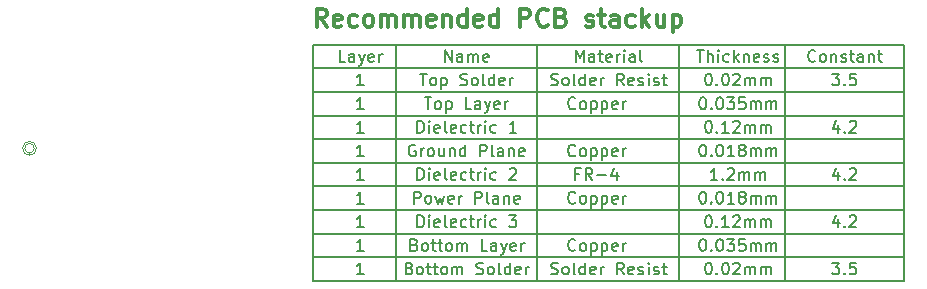
<source format=gbr>
G04 #@! TF.GenerationSoftware,KiCad,Pcbnew,5.1.4+dfsg1-1~bpo10+1*
G04 #@! TF.CreationDate,2020-03-06T18:09:37+01:00*
G04 #@! TF.ProjectId,quick-feather-board,71756963-6b2d-4666-9561-746865722d62,rev?*
G04 #@! TF.SameCoordinates,Original*
G04 #@! TF.FileFunction,Drawing*
%FSLAX46Y46*%
G04 Gerber Fmt 4.6, Leading zero omitted, Abs format (unit mm)*
G04 Created by KiCad (PCBNEW 5.1.4+dfsg1-1~bpo10+1) date 2020-03-06 18:09:37*
%MOMM*%
%LPD*%
G04 APERTURE LIST*
%ADD10C,0.300000*%
%ADD11C,0.200000*%
%ADD12C,0.150000*%
%ADD13C,0.100000*%
G04 APERTURE END LIST*
D10*
X186865285Y-94671571D02*
X186365285Y-93957285D01*
X186008142Y-94671571D02*
X186008142Y-93171571D01*
X186579571Y-93171571D01*
X186722428Y-93243000D01*
X186793857Y-93314428D01*
X186865285Y-93457285D01*
X186865285Y-93671571D01*
X186793857Y-93814428D01*
X186722428Y-93885857D01*
X186579571Y-93957285D01*
X186008142Y-93957285D01*
X188079571Y-94600142D02*
X187936714Y-94671571D01*
X187651000Y-94671571D01*
X187508142Y-94600142D01*
X187436714Y-94457285D01*
X187436714Y-93885857D01*
X187508142Y-93743000D01*
X187651000Y-93671571D01*
X187936714Y-93671571D01*
X188079571Y-93743000D01*
X188151000Y-93885857D01*
X188151000Y-94028714D01*
X187436714Y-94171571D01*
X189436714Y-94600142D02*
X189293857Y-94671571D01*
X189008142Y-94671571D01*
X188865285Y-94600142D01*
X188793857Y-94528714D01*
X188722428Y-94385857D01*
X188722428Y-93957285D01*
X188793857Y-93814428D01*
X188865285Y-93743000D01*
X189008142Y-93671571D01*
X189293857Y-93671571D01*
X189436714Y-93743000D01*
X190293857Y-94671571D02*
X190151000Y-94600142D01*
X190079571Y-94528714D01*
X190008142Y-94385857D01*
X190008142Y-93957285D01*
X190079571Y-93814428D01*
X190151000Y-93743000D01*
X190293857Y-93671571D01*
X190508142Y-93671571D01*
X190651000Y-93743000D01*
X190722428Y-93814428D01*
X190793857Y-93957285D01*
X190793857Y-94385857D01*
X190722428Y-94528714D01*
X190651000Y-94600142D01*
X190508142Y-94671571D01*
X190293857Y-94671571D01*
X191436714Y-94671571D02*
X191436714Y-93671571D01*
X191436714Y-93814428D02*
X191508142Y-93743000D01*
X191651000Y-93671571D01*
X191865285Y-93671571D01*
X192008142Y-93743000D01*
X192079571Y-93885857D01*
X192079571Y-94671571D01*
X192079571Y-93885857D02*
X192151000Y-93743000D01*
X192293857Y-93671571D01*
X192508142Y-93671571D01*
X192651000Y-93743000D01*
X192722428Y-93885857D01*
X192722428Y-94671571D01*
X193436714Y-94671571D02*
X193436714Y-93671571D01*
X193436714Y-93814428D02*
X193508142Y-93743000D01*
X193651000Y-93671571D01*
X193865285Y-93671571D01*
X194008142Y-93743000D01*
X194079571Y-93885857D01*
X194079571Y-94671571D01*
X194079571Y-93885857D02*
X194151000Y-93743000D01*
X194293857Y-93671571D01*
X194508142Y-93671571D01*
X194651000Y-93743000D01*
X194722428Y-93885857D01*
X194722428Y-94671571D01*
X196008142Y-94600142D02*
X195865285Y-94671571D01*
X195579571Y-94671571D01*
X195436714Y-94600142D01*
X195365285Y-94457285D01*
X195365285Y-93885857D01*
X195436714Y-93743000D01*
X195579571Y-93671571D01*
X195865285Y-93671571D01*
X196008142Y-93743000D01*
X196079571Y-93885857D01*
X196079571Y-94028714D01*
X195365285Y-94171571D01*
X196722428Y-93671571D02*
X196722428Y-94671571D01*
X196722428Y-93814428D02*
X196793857Y-93743000D01*
X196936714Y-93671571D01*
X197151000Y-93671571D01*
X197293857Y-93743000D01*
X197365285Y-93885857D01*
X197365285Y-94671571D01*
X198722428Y-94671571D02*
X198722428Y-93171571D01*
X198722428Y-94600142D02*
X198579571Y-94671571D01*
X198293857Y-94671571D01*
X198151000Y-94600142D01*
X198079571Y-94528714D01*
X198008142Y-94385857D01*
X198008142Y-93957285D01*
X198079571Y-93814428D01*
X198151000Y-93743000D01*
X198293857Y-93671571D01*
X198579571Y-93671571D01*
X198722428Y-93743000D01*
X200008142Y-94600142D02*
X199865285Y-94671571D01*
X199579571Y-94671571D01*
X199436714Y-94600142D01*
X199365285Y-94457285D01*
X199365285Y-93885857D01*
X199436714Y-93743000D01*
X199579571Y-93671571D01*
X199865285Y-93671571D01*
X200008142Y-93743000D01*
X200079571Y-93885857D01*
X200079571Y-94028714D01*
X199365285Y-94171571D01*
X201365285Y-94671571D02*
X201365285Y-93171571D01*
X201365285Y-94600142D02*
X201222428Y-94671571D01*
X200936714Y-94671571D01*
X200793857Y-94600142D01*
X200722428Y-94528714D01*
X200651000Y-94385857D01*
X200651000Y-93957285D01*
X200722428Y-93814428D01*
X200793857Y-93743000D01*
X200936714Y-93671571D01*
X201222428Y-93671571D01*
X201365285Y-93743000D01*
X203222428Y-94671571D02*
X203222428Y-93171571D01*
X203793857Y-93171571D01*
X203936714Y-93243000D01*
X204008142Y-93314428D01*
X204079571Y-93457285D01*
X204079571Y-93671571D01*
X204008142Y-93814428D01*
X203936714Y-93885857D01*
X203793857Y-93957285D01*
X203222428Y-93957285D01*
X205579571Y-94528714D02*
X205508142Y-94600142D01*
X205293857Y-94671571D01*
X205151000Y-94671571D01*
X204936714Y-94600142D01*
X204793857Y-94457285D01*
X204722428Y-94314428D01*
X204651000Y-94028714D01*
X204651000Y-93814428D01*
X204722428Y-93528714D01*
X204793857Y-93385857D01*
X204936714Y-93243000D01*
X205151000Y-93171571D01*
X205293857Y-93171571D01*
X205508142Y-93243000D01*
X205579571Y-93314428D01*
X206722428Y-93885857D02*
X206936714Y-93957285D01*
X207008142Y-94028714D01*
X207079571Y-94171571D01*
X207079571Y-94385857D01*
X207008142Y-94528714D01*
X206936714Y-94600142D01*
X206793857Y-94671571D01*
X206222428Y-94671571D01*
X206222428Y-93171571D01*
X206722428Y-93171571D01*
X206865285Y-93243000D01*
X206936714Y-93314428D01*
X207008142Y-93457285D01*
X207008142Y-93600142D01*
X206936714Y-93743000D01*
X206865285Y-93814428D01*
X206722428Y-93885857D01*
X206222428Y-93885857D01*
X208793857Y-94600142D02*
X208936714Y-94671571D01*
X209222428Y-94671571D01*
X209365285Y-94600142D01*
X209436714Y-94457285D01*
X209436714Y-94385857D01*
X209365285Y-94243000D01*
X209222428Y-94171571D01*
X209008142Y-94171571D01*
X208865285Y-94100142D01*
X208793857Y-93957285D01*
X208793857Y-93885857D01*
X208865285Y-93743000D01*
X209008142Y-93671571D01*
X209222428Y-93671571D01*
X209365285Y-93743000D01*
X209865285Y-93671571D02*
X210436714Y-93671571D01*
X210079571Y-93171571D02*
X210079571Y-94457285D01*
X210151000Y-94600142D01*
X210293857Y-94671571D01*
X210436714Y-94671571D01*
X211579571Y-94671571D02*
X211579571Y-93885857D01*
X211508142Y-93743000D01*
X211365285Y-93671571D01*
X211079571Y-93671571D01*
X210936714Y-93743000D01*
X211579571Y-94600142D02*
X211436714Y-94671571D01*
X211079571Y-94671571D01*
X210936714Y-94600142D01*
X210865285Y-94457285D01*
X210865285Y-94314428D01*
X210936714Y-94171571D01*
X211079571Y-94100142D01*
X211436714Y-94100142D01*
X211579571Y-94028714D01*
X212936714Y-94600142D02*
X212793857Y-94671571D01*
X212508142Y-94671571D01*
X212365285Y-94600142D01*
X212293857Y-94528714D01*
X212222428Y-94385857D01*
X212222428Y-93957285D01*
X212293857Y-93814428D01*
X212365285Y-93743000D01*
X212508142Y-93671571D01*
X212793857Y-93671571D01*
X212936714Y-93743000D01*
X213579571Y-94671571D02*
X213579571Y-93171571D01*
X213722428Y-94100142D02*
X214151000Y-94671571D01*
X214151000Y-93671571D02*
X213579571Y-94243000D01*
X215436714Y-93671571D02*
X215436714Y-94671571D01*
X214793857Y-93671571D02*
X214793857Y-94457285D01*
X214865285Y-94600142D01*
X215008142Y-94671571D01*
X215222428Y-94671571D01*
X215365285Y-94600142D01*
X215436714Y-94528714D01*
X216151000Y-93671571D02*
X216151000Y-95171571D01*
X216151000Y-93743000D02*
X216293857Y-93671571D01*
X216579571Y-93671571D01*
X216722428Y-93743000D01*
X216793857Y-93814428D01*
X216865285Y-93957285D01*
X216865285Y-94385857D01*
X216793857Y-94528714D01*
X216722428Y-94600142D01*
X216579571Y-94671571D01*
X216293857Y-94671571D01*
X216151000Y-94600142D01*
D11*
X225701000Y-108213000D02*
X235701000Y-108213000D01*
X225701000Y-114213000D02*
X235701000Y-114213000D01*
X186701000Y-98213000D02*
X225701000Y-98213000D01*
X185701000Y-96213000D02*
X225701000Y-96213000D01*
X185701000Y-96213000D02*
X185701000Y-116213000D01*
X185701000Y-116213000D02*
X225701000Y-116213000D01*
X185701000Y-114213000D02*
X225701000Y-114213000D01*
X185701000Y-112213000D02*
X225701000Y-112213000D01*
X185701000Y-110213000D02*
X225701000Y-110213000D01*
X185701000Y-108213000D02*
X225701000Y-108213000D01*
X185701000Y-106213000D02*
X225701000Y-106213000D01*
X185701000Y-104213000D02*
X225701000Y-104213000D01*
X185701000Y-102213000D02*
X225701000Y-102213000D01*
D12*
X229653380Y-114665380D02*
X230272428Y-114665380D01*
X229939095Y-115046333D01*
X230081952Y-115046333D01*
X230177190Y-115093952D01*
X230224809Y-115141571D01*
X230272428Y-115236809D01*
X230272428Y-115474904D01*
X230224809Y-115570142D01*
X230177190Y-115617761D01*
X230081952Y-115665380D01*
X229796238Y-115665380D01*
X229701000Y-115617761D01*
X229653380Y-115570142D01*
X230701000Y-115570142D02*
X230748619Y-115617761D01*
X230701000Y-115665380D01*
X230653380Y-115617761D01*
X230701000Y-115570142D01*
X230701000Y-115665380D01*
X231653380Y-114665380D02*
X231177190Y-114665380D01*
X231129571Y-115141571D01*
X231177190Y-115093952D01*
X231272428Y-115046333D01*
X231510523Y-115046333D01*
X231605761Y-115093952D01*
X231653380Y-115141571D01*
X231701000Y-115236809D01*
X231701000Y-115474904D01*
X231653380Y-115570142D01*
X231605761Y-115617761D01*
X231510523Y-115665380D01*
X231272428Y-115665380D01*
X231177190Y-115617761D01*
X231129571Y-115570142D01*
X229653380Y-98665380D02*
X230272428Y-98665380D01*
X229939095Y-99046333D01*
X230081952Y-99046333D01*
X230177190Y-99093952D01*
X230224809Y-99141571D01*
X230272428Y-99236809D01*
X230272428Y-99474904D01*
X230224809Y-99570142D01*
X230177190Y-99617761D01*
X230081952Y-99665380D01*
X229796238Y-99665380D01*
X229701000Y-99617761D01*
X229653380Y-99570142D01*
X230701000Y-99570142D02*
X230748619Y-99617761D01*
X230701000Y-99665380D01*
X230653380Y-99617761D01*
X230701000Y-99570142D01*
X230701000Y-99665380D01*
X231653380Y-98665380D02*
X231177190Y-98665380D01*
X231129571Y-99141571D01*
X231177190Y-99093952D01*
X231272428Y-99046333D01*
X231510523Y-99046333D01*
X231605761Y-99093952D01*
X231653380Y-99141571D01*
X231701000Y-99236809D01*
X231701000Y-99474904D01*
X231653380Y-99570142D01*
X231605761Y-99617761D01*
X231510523Y-99665380D01*
X231272428Y-99665380D01*
X231177190Y-99617761D01*
X231129571Y-99570142D01*
X230177190Y-110998714D02*
X230177190Y-111665380D01*
X229939095Y-110617761D02*
X229701000Y-111332047D01*
X230320047Y-111332047D01*
X230701000Y-111570142D02*
X230748619Y-111617761D01*
X230701000Y-111665380D01*
X230653380Y-111617761D01*
X230701000Y-111570142D01*
X230701000Y-111665380D01*
X231129571Y-110760619D02*
X231177190Y-110713000D01*
X231272428Y-110665380D01*
X231510523Y-110665380D01*
X231605761Y-110713000D01*
X231653380Y-110760619D01*
X231701000Y-110855857D01*
X231701000Y-110951095D01*
X231653380Y-111093952D01*
X231081952Y-111665380D01*
X231701000Y-111665380D01*
X230177190Y-106998714D02*
X230177190Y-107665380D01*
X229939095Y-106617761D02*
X229701000Y-107332047D01*
X230320047Y-107332047D01*
X230701000Y-107570142D02*
X230748619Y-107617761D01*
X230701000Y-107665380D01*
X230653380Y-107617761D01*
X230701000Y-107570142D01*
X230701000Y-107665380D01*
X231129571Y-106760619D02*
X231177190Y-106713000D01*
X231272428Y-106665380D01*
X231510523Y-106665380D01*
X231605761Y-106713000D01*
X231653380Y-106760619D01*
X231701000Y-106855857D01*
X231701000Y-106951095D01*
X231653380Y-107093952D01*
X231081952Y-107665380D01*
X231701000Y-107665380D01*
X230177190Y-102998714D02*
X230177190Y-103665380D01*
X229939095Y-102617761D02*
X229701000Y-103332047D01*
X230320047Y-103332047D01*
X230701000Y-103570142D02*
X230748619Y-103617761D01*
X230701000Y-103665380D01*
X230653380Y-103617761D01*
X230701000Y-103570142D01*
X230701000Y-103665380D01*
X231129571Y-102760619D02*
X231177190Y-102713000D01*
X231272428Y-102665380D01*
X231510523Y-102665380D01*
X231605761Y-102713000D01*
X231653380Y-102760619D01*
X231701000Y-102855857D01*
X231701000Y-102951095D01*
X231653380Y-103093952D01*
X231081952Y-103665380D01*
X231701000Y-103665380D01*
D11*
X225701000Y-98213000D02*
X235701000Y-98213000D01*
D12*
X218653380Y-100665380D02*
X218748619Y-100665380D01*
X218843857Y-100713000D01*
X218891476Y-100760619D01*
X218939095Y-100855857D01*
X218986714Y-101046333D01*
X218986714Y-101284428D01*
X218939095Y-101474904D01*
X218891476Y-101570142D01*
X218843857Y-101617761D01*
X218748619Y-101665380D01*
X218653380Y-101665380D01*
X218558142Y-101617761D01*
X218510523Y-101570142D01*
X218462904Y-101474904D01*
X218415285Y-101284428D01*
X218415285Y-101046333D01*
X218462904Y-100855857D01*
X218510523Y-100760619D01*
X218558142Y-100713000D01*
X218653380Y-100665380D01*
X219415285Y-101570142D02*
X219462904Y-101617761D01*
X219415285Y-101665380D01*
X219367666Y-101617761D01*
X219415285Y-101570142D01*
X219415285Y-101665380D01*
X220081952Y-100665380D02*
X220177190Y-100665380D01*
X220272428Y-100713000D01*
X220320047Y-100760619D01*
X220367666Y-100855857D01*
X220415285Y-101046333D01*
X220415285Y-101284428D01*
X220367666Y-101474904D01*
X220320047Y-101570142D01*
X220272428Y-101617761D01*
X220177190Y-101665380D01*
X220081952Y-101665380D01*
X219986714Y-101617761D01*
X219939095Y-101570142D01*
X219891476Y-101474904D01*
X219843857Y-101284428D01*
X219843857Y-101046333D01*
X219891476Y-100855857D01*
X219939095Y-100760619D01*
X219986714Y-100713000D01*
X220081952Y-100665380D01*
X220748619Y-100665380D02*
X221367666Y-100665380D01*
X221034333Y-101046333D01*
X221177190Y-101046333D01*
X221272428Y-101093952D01*
X221320047Y-101141571D01*
X221367666Y-101236809D01*
X221367666Y-101474904D01*
X221320047Y-101570142D01*
X221272428Y-101617761D01*
X221177190Y-101665380D01*
X220891476Y-101665380D01*
X220796238Y-101617761D01*
X220748619Y-101570142D01*
X222272428Y-100665380D02*
X221796238Y-100665380D01*
X221748619Y-101141571D01*
X221796238Y-101093952D01*
X221891476Y-101046333D01*
X222129571Y-101046333D01*
X222224809Y-101093952D01*
X222272428Y-101141571D01*
X222320047Y-101236809D01*
X222320047Y-101474904D01*
X222272428Y-101570142D01*
X222224809Y-101617761D01*
X222129571Y-101665380D01*
X221891476Y-101665380D01*
X221796238Y-101617761D01*
X221748619Y-101570142D01*
X222748619Y-101665380D02*
X222748619Y-100998714D01*
X222748619Y-101093952D02*
X222796238Y-101046333D01*
X222891476Y-100998714D01*
X223034333Y-100998714D01*
X223129571Y-101046333D01*
X223177190Y-101141571D01*
X223177190Y-101665380D01*
X223177190Y-101141571D02*
X223224809Y-101046333D01*
X223320047Y-100998714D01*
X223462904Y-100998714D01*
X223558142Y-101046333D01*
X223605761Y-101141571D01*
X223605761Y-101665380D01*
X224081952Y-101665380D02*
X224081952Y-100998714D01*
X224081952Y-101093952D02*
X224129571Y-101046333D01*
X224224809Y-100998714D01*
X224367666Y-100998714D01*
X224462904Y-101046333D01*
X224510523Y-101141571D01*
X224510523Y-101665380D01*
X224510523Y-101141571D02*
X224558142Y-101046333D01*
X224653380Y-100998714D01*
X224796238Y-100998714D01*
X224891476Y-101046333D01*
X224939095Y-101141571D01*
X224939095Y-101665380D01*
D11*
X185701000Y-100213000D02*
X225701000Y-100213000D01*
X186701000Y-98213000D02*
X185701000Y-98213000D01*
D12*
X218653380Y-112665380D02*
X218748619Y-112665380D01*
X218843857Y-112713000D01*
X218891476Y-112760619D01*
X218939095Y-112855857D01*
X218986714Y-113046333D01*
X218986714Y-113284428D01*
X218939095Y-113474904D01*
X218891476Y-113570142D01*
X218843857Y-113617761D01*
X218748619Y-113665380D01*
X218653380Y-113665380D01*
X218558142Y-113617761D01*
X218510523Y-113570142D01*
X218462904Y-113474904D01*
X218415285Y-113284428D01*
X218415285Y-113046333D01*
X218462904Y-112855857D01*
X218510523Y-112760619D01*
X218558142Y-112713000D01*
X218653380Y-112665380D01*
X219415285Y-113570142D02*
X219462904Y-113617761D01*
X219415285Y-113665380D01*
X219367666Y-113617761D01*
X219415285Y-113570142D01*
X219415285Y-113665380D01*
X220081952Y-112665380D02*
X220177190Y-112665380D01*
X220272428Y-112713000D01*
X220320047Y-112760619D01*
X220367666Y-112855857D01*
X220415285Y-113046333D01*
X220415285Y-113284428D01*
X220367666Y-113474904D01*
X220320047Y-113570142D01*
X220272428Y-113617761D01*
X220177190Y-113665380D01*
X220081952Y-113665380D01*
X219986714Y-113617761D01*
X219939095Y-113570142D01*
X219891476Y-113474904D01*
X219843857Y-113284428D01*
X219843857Y-113046333D01*
X219891476Y-112855857D01*
X219939095Y-112760619D01*
X219986714Y-112713000D01*
X220081952Y-112665380D01*
X220748619Y-112665380D02*
X221367666Y-112665380D01*
X221034333Y-113046333D01*
X221177190Y-113046333D01*
X221272428Y-113093952D01*
X221320047Y-113141571D01*
X221367666Y-113236809D01*
X221367666Y-113474904D01*
X221320047Y-113570142D01*
X221272428Y-113617761D01*
X221177190Y-113665380D01*
X220891476Y-113665380D01*
X220796238Y-113617761D01*
X220748619Y-113570142D01*
X222272428Y-112665380D02*
X221796238Y-112665380D01*
X221748619Y-113141571D01*
X221796238Y-113093952D01*
X221891476Y-113046333D01*
X222129571Y-113046333D01*
X222224809Y-113093952D01*
X222272428Y-113141571D01*
X222320047Y-113236809D01*
X222320047Y-113474904D01*
X222272428Y-113570142D01*
X222224809Y-113617761D01*
X222129571Y-113665380D01*
X221891476Y-113665380D01*
X221796238Y-113617761D01*
X221748619Y-113570142D01*
X222748619Y-113665380D02*
X222748619Y-112998714D01*
X222748619Y-113093952D02*
X222796238Y-113046333D01*
X222891476Y-112998714D01*
X223034333Y-112998714D01*
X223129571Y-113046333D01*
X223177190Y-113141571D01*
X223177190Y-113665380D01*
X223177190Y-113141571D02*
X223224809Y-113046333D01*
X223320047Y-112998714D01*
X223462904Y-112998714D01*
X223558142Y-113046333D01*
X223605761Y-113141571D01*
X223605761Y-113665380D01*
X224081952Y-113665380D02*
X224081952Y-112998714D01*
X224081952Y-113093952D02*
X224129571Y-113046333D01*
X224224809Y-112998714D01*
X224367666Y-112998714D01*
X224462904Y-113046333D01*
X224510523Y-113141571D01*
X224510523Y-113665380D01*
X224510523Y-113141571D02*
X224558142Y-113046333D01*
X224653380Y-112998714D01*
X224796238Y-112998714D01*
X224891476Y-113046333D01*
X224939095Y-113141571D01*
X224939095Y-113665380D01*
X196867666Y-97665380D02*
X196867666Y-96665380D01*
X197439095Y-97665380D01*
X197439095Y-96665380D01*
X198343857Y-97665380D02*
X198343857Y-97141571D01*
X198296238Y-97046333D01*
X198201000Y-96998714D01*
X198010523Y-96998714D01*
X197915285Y-97046333D01*
X198343857Y-97617761D02*
X198248619Y-97665380D01*
X198010523Y-97665380D01*
X197915285Y-97617761D01*
X197867666Y-97522523D01*
X197867666Y-97427285D01*
X197915285Y-97332047D01*
X198010523Y-97284428D01*
X198248619Y-97284428D01*
X198343857Y-97236809D01*
X198820047Y-97665380D02*
X198820047Y-96998714D01*
X198820047Y-97093952D02*
X198867666Y-97046333D01*
X198962904Y-96998714D01*
X199105761Y-96998714D01*
X199201000Y-97046333D01*
X199248619Y-97141571D01*
X199248619Y-97665380D01*
X199248619Y-97141571D02*
X199296238Y-97046333D01*
X199391476Y-96998714D01*
X199534333Y-96998714D01*
X199629571Y-97046333D01*
X199677190Y-97141571D01*
X199677190Y-97665380D01*
X200534333Y-97617761D02*
X200439095Y-97665380D01*
X200248619Y-97665380D01*
X200153380Y-97617761D01*
X200105761Y-97522523D01*
X200105761Y-97141571D01*
X200153380Y-97046333D01*
X200248619Y-96998714D01*
X200439095Y-96998714D01*
X200534333Y-97046333D01*
X200581952Y-97141571D01*
X200581952Y-97236809D01*
X200105761Y-97332047D01*
X188439095Y-97665380D02*
X187962904Y-97665380D01*
X187962904Y-96665380D01*
X189201000Y-97665380D02*
X189201000Y-97141571D01*
X189153380Y-97046333D01*
X189058142Y-96998714D01*
X188867666Y-96998714D01*
X188772428Y-97046333D01*
X189201000Y-97617761D02*
X189105761Y-97665380D01*
X188867666Y-97665380D01*
X188772428Y-97617761D01*
X188724809Y-97522523D01*
X188724809Y-97427285D01*
X188772428Y-97332047D01*
X188867666Y-97284428D01*
X189105761Y-97284428D01*
X189201000Y-97236809D01*
X189581952Y-96998714D02*
X189820047Y-97665380D01*
X190058142Y-96998714D02*
X189820047Y-97665380D01*
X189724809Y-97903476D01*
X189677190Y-97951095D01*
X189581952Y-97998714D01*
X190820047Y-97617761D02*
X190724809Y-97665380D01*
X190534333Y-97665380D01*
X190439095Y-97617761D01*
X190391476Y-97522523D01*
X190391476Y-97141571D01*
X190439095Y-97046333D01*
X190534333Y-96998714D01*
X190724809Y-96998714D01*
X190820047Y-97046333D01*
X190867666Y-97141571D01*
X190867666Y-97236809D01*
X190391476Y-97332047D01*
X191296238Y-97665380D02*
X191296238Y-96998714D01*
X191296238Y-97189190D02*
X191343857Y-97093952D01*
X191391476Y-97046333D01*
X191486714Y-96998714D01*
X191581952Y-96998714D01*
X189986714Y-115665380D02*
X189415285Y-115665380D01*
X189701000Y-115665380D02*
X189701000Y-114665380D01*
X189605761Y-114808238D01*
X189510523Y-114903476D01*
X189415285Y-114951095D01*
X189986714Y-113665380D02*
X189415285Y-113665380D01*
X189701000Y-113665380D02*
X189701000Y-112665380D01*
X189605761Y-112808238D01*
X189510523Y-112903476D01*
X189415285Y-112951095D01*
X189986714Y-111665380D02*
X189415285Y-111665380D01*
X189701000Y-111665380D02*
X189701000Y-110665380D01*
X189605761Y-110808238D01*
X189510523Y-110903476D01*
X189415285Y-110951095D01*
X189986714Y-109665380D02*
X189415285Y-109665380D01*
X189701000Y-109665380D02*
X189701000Y-108665380D01*
X189605761Y-108808238D01*
X189510523Y-108903476D01*
X189415285Y-108951095D01*
X189986714Y-107665380D02*
X189415285Y-107665380D01*
X189701000Y-107665380D02*
X189701000Y-106665380D01*
X189605761Y-106808238D01*
X189510523Y-106903476D01*
X189415285Y-106951095D01*
X189986714Y-105665380D02*
X189415285Y-105665380D01*
X189701000Y-105665380D02*
X189701000Y-104665380D01*
X189605761Y-104808238D01*
X189510523Y-104903476D01*
X189415285Y-104951095D01*
X189986714Y-103665380D02*
X189415285Y-103665380D01*
X189701000Y-103665380D02*
X189701000Y-102665380D01*
X189605761Y-102808238D01*
X189510523Y-102903476D01*
X189415285Y-102951095D01*
X189986714Y-101665380D02*
X189415285Y-101665380D01*
X189701000Y-101665380D02*
X189701000Y-100665380D01*
X189605761Y-100808238D01*
X189510523Y-100903476D01*
X189415285Y-100951095D01*
X189986714Y-99665380D02*
X189415285Y-99665380D01*
X189701000Y-99665380D02*
X189701000Y-98665380D01*
X189605761Y-98808238D01*
X189510523Y-98903476D01*
X189415285Y-98951095D01*
X228224809Y-97570142D02*
X228177190Y-97617761D01*
X228034333Y-97665380D01*
X227939095Y-97665380D01*
X227796238Y-97617761D01*
X227701000Y-97522523D01*
X227653380Y-97427285D01*
X227605761Y-97236809D01*
X227605761Y-97093952D01*
X227653380Y-96903476D01*
X227701000Y-96808238D01*
X227796238Y-96713000D01*
X227939095Y-96665380D01*
X228034333Y-96665380D01*
X228177190Y-96713000D01*
X228224809Y-96760619D01*
X228796238Y-97665380D02*
X228701000Y-97617761D01*
X228653380Y-97570142D01*
X228605761Y-97474904D01*
X228605761Y-97189190D01*
X228653380Y-97093952D01*
X228701000Y-97046333D01*
X228796238Y-96998714D01*
X228939095Y-96998714D01*
X229034333Y-97046333D01*
X229081952Y-97093952D01*
X229129571Y-97189190D01*
X229129571Y-97474904D01*
X229081952Y-97570142D01*
X229034333Y-97617761D01*
X228939095Y-97665380D01*
X228796238Y-97665380D01*
X229558142Y-96998714D02*
X229558142Y-97665380D01*
X229558142Y-97093952D02*
X229605761Y-97046333D01*
X229701000Y-96998714D01*
X229843857Y-96998714D01*
X229939095Y-97046333D01*
X229986714Y-97141571D01*
X229986714Y-97665380D01*
X230415285Y-97617761D02*
X230510523Y-97665380D01*
X230701000Y-97665380D01*
X230796238Y-97617761D01*
X230843857Y-97522523D01*
X230843857Y-97474904D01*
X230796238Y-97379666D01*
X230701000Y-97332047D01*
X230558142Y-97332047D01*
X230462904Y-97284428D01*
X230415285Y-97189190D01*
X230415285Y-97141571D01*
X230462904Y-97046333D01*
X230558142Y-96998714D01*
X230701000Y-96998714D01*
X230796238Y-97046333D01*
X231129571Y-96998714D02*
X231510523Y-96998714D01*
X231272428Y-96665380D02*
X231272428Y-97522523D01*
X231320047Y-97617761D01*
X231415285Y-97665380D01*
X231510523Y-97665380D01*
X232272428Y-97665380D02*
X232272428Y-97141571D01*
X232224809Y-97046333D01*
X232129571Y-96998714D01*
X231939095Y-96998714D01*
X231843857Y-97046333D01*
X232272428Y-97617761D02*
X232177190Y-97665380D01*
X231939095Y-97665380D01*
X231843857Y-97617761D01*
X231796238Y-97522523D01*
X231796238Y-97427285D01*
X231843857Y-97332047D01*
X231939095Y-97284428D01*
X232177190Y-97284428D01*
X232272428Y-97236809D01*
X232748619Y-96998714D02*
X232748619Y-97665380D01*
X232748619Y-97093952D02*
X232796238Y-97046333D01*
X232891476Y-96998714D01*
X233034333Y-96998714D01*
X233129571Y-97046333D01*
X233177190Y-97141571D01*
X233177190Y-97665380D01*
X233510523Y-96998714D02*
X233891476Y-96998714D01*
X233653380Y-96665380D02*
X233653380Y-97522523D01*
X233701000Y-97617761D01*
X233796238Y-97665380D01*
X233891476Y-97665380D01*
X218201000Y-96665380D02*
X218772428Y-96665380D01*
X218486714Y-97665380D02*
X218486714Y-96665380D01*
X219105761Y-97665380D02*
X219105761Y-96665380D01*
X219534333Y-97665380D02*
X219534333Y-97141571D01*
X219486714Y-97046333D01*
X219391476Y-96998714D01*
X219248619Y-96998714D01*
X219153380Y-97046333D01*
X219105761Y-97093952D01*
X220010523Y-97665380D02*
X220010523Y-96998714D01*
X220010523Y-96665380D02*
X219962904Y-96713000D01*
X220010523Y-96760619D01*
X220058142Y-96713000D01*
X220010523Y-96665380D01*
X220010523Y-96760619D01*
X220915285Y-97617761D02*
X220820047Y-97665380D01*
X220629571Y-97665380D01*
X220534333Y-97617761D01*
X220486714Y-97570142D01*
X220439095Y-97474904D01*
X220439095Y-97189190D01*
X220486714Y-97093952D01*
X220534333Y-97046333D01*
X220629571Y-96998714D01*
X220820047Y-96998714D01*
X220915285Y-97046333D01*
X221343857Y-97665380D02*
X221343857Y-96665380D01*
X221439095Y-97284428D02*
X221724809Y-97665380D01*
X221724809Y-96998714D02*
X221343857Y-97379666D01*
X222153380Y-96998714D02*
X222153380Y-97665380D01*
X222153380Y-97093952D02*
X222201000Y-97046333D01*
X222296238Y-96998714D01*
X222439095Y-96998714D01*
X222534333Y-97046333D01*
X222581952Y-97141571D01*
X222581952Y-97665380D01*
X223439095Y-97617761D02*
X223343857Y-97665380D01*
X223153380Y-97665380D01*
X223058142Y-97617761D01*
X223010523Y-97522523D01*
X223010523Y-97141571D01*
X223058142Y-97046333D01*
X223153380Y-96998714D01*
X223343857Y-96998714D01*
X223439095Y-97046333D01*
X223486714Y-97141571D01*
X223486714Y-97236809D01*
X223010523Y-97332047D01*
X223867666Y-97617761D02*
X223962904Y-97665380D01*
X224153380Y-97665380D01*
X224248619Y-97617761D01*
X224296238Y-97522523D01*
X224296238Y-97474904D01*
X224248619Y-97379666D01*
X224153380Y-97332047D01*
X224010523Y-97332047D01*
X223915285Y-97284428D01*
X223867666Y-97189190D01*
X223867666Y-97141571D01*
X223915285Y-97046333D01*
X224010523Y-96998714D01*
X224153380Y-96998714D01*
X224248619Y-97046333D01*
X224677190Y-97617761D02*
X224772428Y-97665380D01*
X224962904Y-97665380D01*
X225058142Y-97617761D01*
X225105761Y-97522523D01*
X225105761Y-97474904D01*
X225058142Y-97379666D01*
X224962904Y-97332047D01*
X224820047Y-97332047D01*
X224724809Y-97284428D01*
X224677190Y-97189190D01*
X224677190Y-97141571D01*
X224724809Y-97046333D01*
X224820047Y-96998714D01*
X224962904Y-96998714D01*
X225058142Y-97046333D01*
X207939095Y-97665380D02*
X207939095Y-96665380D01*
X208272428Y-97379666D01*
X208605761Y-96665380D01*
X208605761Y-97665380D01*
X209510523Y-97665380D02*
X209510523Y-97141571D01*
X209462904Y-97046333D01*
X209367666Y-96998714D01*
X209177190Y-96998714D01*
X209081952Y-97046333D01*
X209510523Y-97617761D02*
X209415285Y-97665380D01*
X209177190Y-97665380D01*
X209081952Y-97617761D01*
X209034333Y-97522523D01*
X209034333Y-97427285D01*
X209081952Y-97332047D01*
X209177190Y-97284428D01*
X209415285Y-97284428D01*
X209510523Y-97236809D01*
X209843857Y-96998714D02*
X210224809Y-96998714D01*
X209986714Y-96665380D02*
X209986714Y-97522523D01*
X210034333Y-97617761D01*
X210129571Y-97665380D01*
X210224809Y-97665380D01*
X210939095Y-97617761D02*
X210843857Y-97665380D01*
X210653380Y-97665380D01*
X210558142Y-97617761D01*
X210510523Y-97522523D01*
X210510523Y-97141571D01*
X210558142Y-97046333D01*
X210653380Y-96998714D01*
X210843857Y-96998714D01*
X210939095Y-97046333D01*
X210986714Y-97141571D01*
X210986714Y-97236809D01*
X210510523Y-97332047D01*
X211415285Y-97665380D02*
X211415285Y-96998714D01*
X211415285Y-97189190D02*
X211462904Y-97093952D01*
X211510523Y-97046333D01*
X211605761Y-96998714D01*
X211701000Y-96998714D01*
X212034333Y-97665380D02*
X212034333Y-96998714D01*
X212034333Y-96665380D02*
X211986714Y-96713000D01*
X212034333Y-96760619D01*
X212081952Y-96713000D01*
X212034333Y-96665380D01*
X212034333Y-96760619D01*
X212939095Y-97665380D02*
X212939095Y-97141571D01*
X212891476Y-97046333D01*
X212796238Y-96998714D01*
X212605761Y-96998714D01*
X212510523Y-97046333D01*
X212939095Y-97617761D02*
X212843857Y-97665380D01*
X212605761Y-97665380D01*
X212510523Y-97617761D01*
X212462904Y-97522523D01*
X212462904Y-97427285D01*
X212510523Y-97332047D01*
X212605761Y-97284428D01*
X212843857Y-97284428D01*
X212939095Y-97236809D01*
X213558142Y-97665380D02*
X213462904Y-97617761D01*
X213415285Y-97522523D01*
X213415285Y-96665380D01*
X193867666Y-115141571D02*
X194010523Y-115189190D01*
X194058142Y-115236809D01*
X194105761Y-115332047D01*
X194105761Y-115474904D01*
X194058142Y-115570142D01*
X194010523Y-115617761D01*
X193915285Y-115665380D01*
X193534333Y-115665380D01*
X193534333Y-114665380D01*
X193867666Y-114665380D01*
X193962904Y-114713000D01*
X194010523Y-114760619D01*
X194058142Y-114855857D01*
X194058142Y-114951095D01*
X194010523Y-115046333D01*
X193962904Y-115093952D01*
X193867666Y-115141571D01*
X193534333Y-115141571D01*
X194677190Y-115665380D02*
X194581952Y-115617761D01*
X194534333Y-115570142D01*
X194486714Y-115474904D01*
X194486714Y-115189190D01*
X194534333Y-115093952D01*
X194581952Y-115046333D01*
X194677190Y-114998714D01*
X194820047Y-114998714D01*
X194915285Y-115046333D01*
X194962904Y-115093952D01*
X195010523Y-115189190D01*
X195010523Y-115474904D01*
X194962904Y-115570142D01*
X194915285Y-115617761D01*
X194820047Y-115665380D01*
X194677190Y-115665380D01*
X195296238Y-114998714D02*
X195677190Y-114998714D01*
X195439095Y-114665380D02*
X195439095Y-115522523D01*
X195486714Y-115617761D01*
X195581952Y-115665380D01*
X195677190Y-115665380D01*
X195867666Y-114998714D02*
X196248619Y-114998714D01*
X196010523Y-114665380D02*
X196010523Y-115522523D01*
X196058142Y-115617761D01*
X196153380Y-115665380D01*
X196248619Y-115665380D01*
X196724809Y-115665380D02*
X196629571Y-115617761D01*
X196581952Y-115570142D01*
X196534333Y-115474904D01*
X196534333Y-115189190D01*
X196581952Y-115093952D01*
X196629571Y-115046333D01*
X196724809Y-114998714D01*
X196867666Y-114998714D01*
X196962904Y-115046333D01*
X197010523Y-115093952D01*
X197058142Y-115189190D01*
X197058142Y-115474904D01*
X197010523Y-115570142D01*
X196962904Y-115617761D01*
X196867666Y-115665380D01*
X196724809Y-115665380D01*
X197486714Y-115665380D02*
X197486714Y-114998714D01*
X197486714Y-115093952D02*
X197534333Y-115046333D01*
X197629571Y-114998714D01*
X197772428Y-114998714D01*
X197867666Y-115046333D01*
X197915285Y-115141571D01*
X197915285Y-115665380D01*
X197915285Y-115141571D02*
X197962904Y-115046333D01*
X198058142Y-114998714D01*
X198201000Y-114998714D01*
X198296238Y-115046333D01*
X198343857Y-115141571D01*
X198343857Y-115665380D01*
X199534333Y-115617761D02*
X199677190Y-115665380D01*
X199915285Y-115665380D01*
X200010523Y-115617761D01*
X200058142Y-115570142D01*
X200105761Y-115474904D01*
X200105761Y-115379666D01*
X200058142Y-115284428D01*
X200010523Y-115236809D01*
X199915285Y-115189190D01*
X199724809Y-115141571D01*
X199629571Y-115093952D01*
X199581952Y-115046333D01*
X199534333Y-114951095D01*
X199534333Y-114855857D01*
X199581952Y-114760619D01*
X199629571Y-114713000D01*
X199724809Y-114665380D01*
X199962904Y-114665380D01*
X200105761Y-114713000D01*
X200677190Y-115665380D02*
X200581952Y-115617761D01*
X200534333Y-115570142D01*
X200486714Y-115474904D01*
X200486714Y-115189190D01*
X200534333Y-115093952D01*
X200581952Y-115046333D01*
X200677190Y-114998714D01*
X200820047Y-114998714D01*
X200915285Y-115046333D01*
X200962904Y-115093952D01*
X201010523Y-115189190D01*
X201010523Y-115474904D01*
X200962904Y-115570142D01*
X200915285Y-115617761D01*
X200820047Y-115665380D01*
X200677190Y-115665380D01*
X201581952Y-115665380D02*
X201486714Y-115617761D01*
X201439095Y-115522523D01*
X201439095Y-114665380D01*
X202391476Y-115665380D02*
X202391476Y-114665380D01*
X202391476Y-115617761D02*
X202296238Y-115665380D01*
X202105761Y-115665380D01*
X202010523Y-115617761D01*
X201962904Y-115570142D01*
X201915285Y-115474904D01*
X201915285Y-115189190D01*
X201962904Y-115093952D01*
X202010523Y-115046333D01*
X202105761Y-114998714D01*
X202296238Y-114998714D01*
X202391476Y-115046333D01*
X203248619Y-115617761D02*
X203153380Y-115665380D01*
X202962904Y-115665380D01*
X202867666Y-115617761D01*
X202820047Y-115522523D01*
X202820047Y-115141571D01*
X202867666Y-115046333D01*
X202962904Y-114998714D01*
X203153380Y-114998714D01*
X203248619Y-115046333D01*
X203296238Y-115141571D01*
X203296238Y-115236809D01*
X202820047Y-115332047D01*
X203724809Y-115665380D02*
X203724809Y-114998714D01*
X203724809Y-115189190D02*
X203772428Y-115093952D01*
X203820047Y-115046333D01*
X203915285Y-114998714D01*
X204010523Y-114998714D01*
X194272428Y-113141571D02*
X194415285Y-113189190D01*
X194462904Y-113236809D01*
X194510523Y-113332047D01*
X194510523Y-113474904D01*
X194462904Y-113570142D01*
X194415285Y-113617761D01*
X194320047Y-113665380D01*
X193939095Y-113665380D01*
X193939095Y-112665380D01*
X194272428Y-112665380D01*
X194367666Y-112713000D01*
X194415285Y-112760619D01*
X194462904Y-112855857D01*
X194462904Y-112951095D01*
X194415285Y-113046333D01*
X194367666Y-113093952D01*
X194272428Y-113141571D01*
X193939095Y-113141571D01*
X195081952Y-113665380D02*
X194986714Y-113617761D01*
X194939095Y-113570142D01*
X194891476Y-113474904D01*
X194891476Y-113189190D01*
X194939095Y-113093952D01*
X194986714Y-113046333D01*
X195081952Y-112998714D01*
X195224809Y-112998714D01*
X195320047Y-113046333D01*
X195367666Y-113093952D01*
X195415285Y-113189190D01*
X195415285Y-113474904D01*
X195367666Y-113570142D01*
X195320047Y-113617761D01*
X195224809Y-113665380D01*
X195081952Y-113665380D01*
X195701000Y-112998714D02*
X196081952Y-112998714D01*
X195843857Y-112665380D02*
X195843857Y-113522523D01*
X195891476Y-113617761D01*
X195986714Y-113665380D01*
X196081952Y-113665380D01*
X196272428Y-112998714D02*
X196653380Y-112998714D01*
X196415285Y-112665380D02*
X196415285Y-113522523D01*
X196462904Y-113617761D01*
X196558142Y-113665380D01*
X196653380Y-113665380D01*
X197129571Y-113665380D02*
X197034333Y-113617761D01*
X196986714Y-113570142D01*
X196939095Y-113474904D01*
X196939095Y-113189190D01*
X196986714Y-113093952D01*
X197034333Y-113046333D01*
X197129571Y-112998714D01*
X197272428Y-112998714D01*
X197367666Y-113046333D01*
X197415285Y-113093952D01*
X197462904Y-113189190D01*
X197462904Y-113474904D01*
X197415285Y-113570142D01*
X197367666Y-113617761D01*
X197272428Y-113665380D01*
X197129571Y-113665380D01*
X197891476Y-113665380D02*
X197891476Y-112998714D01*
X197891476Y-113093952D02*
X197939095Y-113046333D01*
X198034333Y-112998714D01*
X198177190Y-112998714D01*
X198272428Y-113046333D01*
X198320047Y-113141571D01*
X198320047Y-113665380D01*
X198320047Y-113141571D02*
X198367666Y-113046333D01*
X198462904Y-112998714D01*
X198605761Y-112998714D01*
X198701000Y-113046333D01*
X198748619Y-113141571D01*
X198748619Y-113665380D01*
X200462904Y-113665380D02*
X199986714Y-113665380D01*
X199986714Y-112665380D01*
X201224809Y-113665380D02*
X201224809Y-113141571D01*
X201177190Y-113046333D01*
X201081952Y-112998714D01*
X200891476Y-112998714D01*
X200796238Y-113046333D01*
X201224809Y-113617761D02*
X201129571Y-113665380D01*
X200891476Y-113665380D01*
X200796238Y-113617761D01*
X200748619Y-113522523D01*
X200748619Y-113427285D01*
X200796238Y-113332047D01*
X200891476Y-113284428D01*
X201129571Y-113284428D01*
X201224809Y-113236809D01*
X201605761Y-112998714D02*
X201843857Y-113665380D01*
X202081952Y-112998714D02*
X201843857Y-113665380D01*
X201748619Y-113903476D01*
X201701000Y-113951095D01*
X201605761Y-113998714D01*
X202843857Y-113617761D02*
X202748619Y-113665380D01*
X202558142Y-113665380D01*
X202462904Y-113617761D01*
X202415285Y-113522523D01*
X202415285Y-113141571D01*
X202462904Y-113046333D01*
X202558142Y-112998714D01*
X202748619Y-112998714D01*
X202843857Y-113046333D01*
X202891476Y-113141571D01*
X202891476Y-113236809D01*
X202415285Y-113332047D01*
X203320047Y-113665380D02*
X203320047Y-112998714D01*
X203320047Y-113189190D02*
X203367666Y-113093952D01*
X203415285Y-113046333D01*
X203510523Y-112998714D01*
X203605761Y-112998714D01*
X194534333Y-111665380D02*
X194534333Y-110665380D01*
X194772428Y-110665380D01*
X194915285Y-110713000D01*
X195010523Y-110808238D01*
X195058142Y-110903476D01*
X195105761Y-111093952D01*
X195105761Y-111236809D01*
X195058142Y-111427285D01*
X195010523Y-111522523D01*
X194915285Y-111617761D01*
X194772428Y-111665380D01*
X194534333Y-111665380D01*
X195534333Y-111665380D02*
X195534333Y-110998714D01*
X195534333Y-110665380D02*
X195486714Y-110713000D01*
X195534333Y-110760619D01*
X195581952Y-110713000D01*
X195534333Y-110665380D01*
X195534333Y-110760619D01*
X196391476Y-111617761D02*
X196296238Y-111665380D01*
X196105761Y-111665380D01*
X196010523Y-111617761D01*
X195962904Y-111522523D01*
X195962904Y-111141571D01*
X196010523Y-111046333D01*
X196105761Y-110998714D01*
X196296238Y-110998714D01*
X196391476Y-111046333D01*
X196439095Y-111141571D01*
X196439095Y-111236809D01*
X195962904Y-111332047D01*
X197010523Y-111665380D02*
X196915285Y-111617761D01*
X196867666Y-111522523D01*
X196867666Y-110665380D01*
X197772428Y-111617761D02*
X197677190Y-111665380D01*
X197486714Y-111665380D01*
X197391476Y-111617761D01*
X197343857Y-111522523D01*
X197343857Y-111141571D01*
X197391476Y-111046333D01*
X197486714Y-110998714D01*
X197677190Y-110998714D01*
X197772428Y-111046333D01*
X197820047Y-111141571D01*
X197820047Y-111236809D01*
X197343857Y-111332047D01*
X198677190Y-111617761D02*
X198581952Y-111665380D01*
X198391476Y-111665380D01*
X198296238Y-111617761D01*
X198248619Y-111570142D01*
X198201000Y-111474904D01*
X198201000Y-111189190D01*
X198248619Y-111093952D01*
X198296238Y-111046333D01*
X198391476Y-110998714D01*
X198581952Y-110998714D01*
X198677190Y-111046333D01*
X198962904Y-110998714D02*
X199343857Y-110998714D01*
X199105761Y-110665380D02*
X199105761Y-111522523D01*
X199153380Y-111617761D01*
X199248619Y-111665380D01*
X199343857Y-111665380D01*
X199677190Y-111665380D02*
X199677190Y-110998714D01*
X199677190Y-111189190D02*
X199724809Y-111093952D01*
X199772428Y-111046333D01*
X199867666Y-110998714D01*
X199962904Y-110998714D01*
X200296238Y-111665380D02*
X200296238Y-110998714D01*
X200296238Y-110665380D02*
X200248619Y-110713000D01*
X200296238Y-110760619D01*
X200343857Y-110713000D01*
X200296238Y-110665380D01*
X200296238Y-110760619D01*
X201201000Y-111617761D02*
X201105761Y-111665380D01*
X200915285Y-111665380D01*
X200820047Y-111617761D01*
X200772428Y-111570142D01*
X200724809Y-111474904D01*
X200724809Y-111189190D01*
X200772428Y-111093952D01*
X200820047Y-111046333D01*
X200915285Y-110998714D01*
X201105761Y-110998714D01*
X201201000Y-111046333D01*
X202296238Y-110665380D02*
X202915285Y-110665380D01*
X202581952Y-111046333D01*
X202724809Y-111046333D01*
X202820047Y-111093952D01*
X202867666Y-111141571D01*
X202915285Y-111236809D01*
X202915285Y-111474904D01*
X202867666Y-111570142D01*
X202820047Y-111617761D01*
X202724809Y-111665380D01*
X202439095Y-111665380D01*
X202343857Y-111617761D01*
X202296238Y-111570142D01*
X194248619Y-109665380D02*
X194248619Y-108665380D01*
X194629571Y-108665380D01*
X194724809Y-108713000D01*
X194772428Y-108760619D01*
X194820047Y-108855857D01*
X194820047Y-108998714D01*
X194772428Y-109093952D01*
X194724809Y-109141571D01*
X194629571Y-109189190D01*
X194248619Y-109189190D01*
X195391476Y-109665380D02*
X195296238Y-109617761D01*
X195248619Y-109570142D01*
X195201000Y-109474904D01*
X195201000Y-109189190D01*
X195248619Y-109093952D01*
X195296238Y-109046333D01*
X195391476Y-108998714D01*
X195534333Y-108998714D01*
X195629571Y-109046333D01*
X195677190Y-109093952D01*
X195724809Y-109189190D01*
X195724809Y-109474904D01*
X195677190Y-109570142D01*
X195629571Y-109617761D01*
X195534333Y-109665380D01*
X195391476Y-109665380D01*
X196058142Y-108998714D02*
X196248619Y-109665380D01*
X196439095Y-109189190D01*
X196629571Y-109665380D01*
X196820047Y-108998714D01*
X197581952Y-109617761D02*
X197486714Y-109665380D01*
X197296238Y-109665380D01*
X197201000Y-109617761D01*
X197153380Y-109522523D01*
X197153380Y-109141571D01*
X197201000Y-109046333D01*
X197296238Y-108998714D01*
X197486714Y-108998714D01*
X197581952Y-109046333D01*
X197629571Y-109141571D01*
X197629571Y-109236809D01*
X197153380Y-109332047D01*
X198058142Y-109665380D02*
X198058142Y-108998714D01*
X198058142Y-109189190D02*
X198105761Y-109093952D01*
X198153380Y-109046333D01*
X198248619Y-108998714D01*
X198343857Y-108998714D01*
X199439095Y-109665380D02*
X199439095Y-108665380D01*
X199820047Y-108665380D01*
X199915285Y-108713000D01*
X199962904Y-108760619D01*
X200010523Y-108855857D01*
X200010523Y-108998714D01*
X199962904Y-109093952D01*
X199915285Y-109141571D01*
X199820047Y-109189190D01*
X199439095Y-109189190D01*
X200581952Y-109665380D02*
X200486714Y-109617761D01*
X200439095Y-109522523D01*
X200439095Y-108665380D01*
X201391476Y-109665380D02*
X201391476Y-109141571D01*
X201343857Y-109046333D01*
X201248619Y-108998714D01*
X201058142Y-108998714D01*
X200962904Y-109046333D01*
X201391476Y-109617761D02*
X201296238Y-109665380D01*
X201058142Y-109665380D01*
X200962904Y-109617761D01*
X200915285Y-109522523D01*
X200915285Y-109427285D01*
X200962904Y-109332047D01*
X201058142Y-109284428D01*
X201296238Y-109284428D01*
X201391476Y-109236809D01*
X201867666Y-108998714D02*
X201867666Y-109665380D01*
X201867666Y-109093952D02*
X201915285Y-109046333D01*
X202010523Y-108998714D01*
X202153380Y-108998714D01*
X202248619Y-109046333D01*
X202296238Y-109141571D01*
X202296238Y-109665380D01*
X203153380Y-109617761D02*
X203058142Y-109665380D01*
X202867666Y-109665380D01*
X202772428Y-109617761D01*
X202724809Y-109522523D01*
X202724809Y-109141571D01*
X202772428Y-109046333D01*
X202867666Y-108998714D01*
X203058142Y-108998714D01*
X203153380Y-109046333D01*
X203201000Y-109141571D01*
X203201000Y-109236809D01*
X202724809Y-109332047D01*
X194534333Y-107665380D02*
X194534333Y-106665380D01*
X194772428Y-106665380D01*
X194915285Y-106713000D01*
X195010523Y-106808238D01*
X195058142Y-106903476D01*
X195105761Y-107093952D01*
X195105761Y-107236809D01*
X195058142Y-107427285D01*
X195010523Y-107522523D01*
X194915285Y-107617761D01*
X194772428Y-107665380D01*
X194534333Y-107665380D01*
X195534333Y-107665380D02*
X195534333Y-106998714D01*
X195534333Y-106665380D02*
X195486714Y-106713000D01*
X195534333Y-106760619D01*
X195581952Y-106713000D01*
X195534333Y-106665380D01*
X195534333Y-106760619D01*
X196391476Y-107617761D02*
X196296238Y-107665380D01*
X196105761Y-107665380D01*
X196010523Y-107617761D01*
X195962904Y-107522523D01*
X195962904Y-107141571D01*
X196010523Y-107046333D01*
X196105761Y-106998714D01*
X196296238Y-106998714D01*
X196391476Y-107046333D01*
X196439095Y-107141571D01*
X196439095Y-107236809D01*
X195962904Y-107332047D01*
X197010523Y-107665380D02*
X196915285Y-107617761D01*
X196867666Y-107522523D01*
X196867666Y-106665380D01*
X197772428Y-107617761D02*
X197677190Y-107665380D01*
X197486714Y-107665380D01*
X197391476Y-107617761D01*
X197343857Y-107522523D01*
X197343857Y-107141571D01*
X197391476Y-107046333D01*
X197486714Y-106998714D01*
X197677190Y-106998714D01*
X197772428Y-107046333D01*
X197820047Y-107141571D01*
X197820047Y-107236809D01*
X197343857Y-107332047D01*
X198677190Y-107617761D02*
X198581952Y-107665380D01*
X198391476Y-107665380D01*
X198296238Y-107617761D01*
X198248619Y-107570142D01*
X198201000Y-107474904D01*
X198201000Y-107189190D01*
X198248619Y-107093952D01*
X198296238Y-107046333D01*
X198391476Y-106998714D01*
X198581952Y-106998714D01*
X198677190Y-107046333D01*
X198962904Y-106998714D02*
X199343857Y-106998714D01*
X199105761Y-106665380D02*
X199105761Y-107522523D01*
X199153380Y-107617761D01*
X199248619Y-107665380D01*
X199343857Y-107665380D01*
X199677190Y-107665380D02*
X199677190Y-106998714D01*
X199677190Y-107189190D02*
X199724809Y-107093952D01*
X199772428Y-107046333D01*
X199867666Y-106998714D01*
X199962904Y-106998714D01*
X200296238Y-107665380D02*
X200296238Y-106998714D01*
X200296238Y-106665380D02*
X200248619Y-106713000D01*
X200296238Y-106760619D01*
X200343857Y-106713000D01*
X200296238Y-106665380D01*
X200296238Y-106760619D01*
X201201000Y-107617761D02*
X201105761Y-107665380D01*
X200915285Y-107665380D01*
X200820047Y-107617761D01*
X200772428Y-107570142D01*
X200724809Y-107474904D01*
X200724809Y-107189190D01*
X200772428Y-107093952D01*
X200820047Y-107046333D01*
X200915285Y-106998714D01*
X201105761Y-106998714D01*
X201201000Y-107046333D01*
X202343857Y-106760619D02*
X202391476Y-106713000D01*
X202486714Y-106665380D01*
X202724809Y-106665380D01*
X202820047Y-106713000D01*
X202867666Y-106760619D01*
X202915285Y-106855857D01*
X202915285Y-106951095D01*
X202867666Y-107093952D01*
X202296238Y-107665380D01*
X202915285Y-107665380D01*
X194367666Y-104713000D02*
X194272428Y-104665380D01*
X194129571Y-104665380D01*
X193986714Y-104713000D01*
X193891476Y-104808238D01*
X193843857Y-104903476D01*
X193796238Y-105093952D01*
X193796238Y-105236809D01*
X193843857Y-105427285D01*
X193891476Y-105522523D01*
X193986714Y-105617761D01*
X194129571Y-105665380D01*
X194224809Y-105665380D01*
X194367666Y-105617761D01*
X194415285Y-105570142D01*
X194415285Y-105236809D01*
X194224809Y-105236809D01*
X194843857Y-105665380D02*
X194843857Y-104998714D01*
X194843857Y-105189190D02*
X194891476Y-105093952D01*
X194939095Y-105046333D01*
X195034333Y-104998714D01*
X195129571Y-104998714D01*
X195605761Y-105665380D02*
X195510523Y-105617761D01*
X195462904Y-105570142D01*
X195415285Y-105474904D01*
X195415285Y-105189190D01*
X195462904Y-105093952D01*
X195510523Y-105046333D01*
X195605761Y-104998714D01*
X195748619Y-104998714D01*
X195843857Y-105046333D01*
X195891476Y-105093952D01*
X195939095Y-105189190D01*
X195939095Y-105474904D01*
X195891476Y-105570142D01*
X195843857Y-105617761D01*
X195748619Y-105665380D01*
X195605761Y-105665380D01*
X196796238Y-104998714D02*
X196796238Y-105665380D01*
X196367666Y-104998714D02*
X196367666Y-105522523D01*
X196415285Y-105617761D01*
X196510523Y-105665380D01*
X196653380Y-105665380D01*
X196748619Y-105617761D01*
X196796238Y-105570142D01*
X197272428Y-104998714D02*
X197272428Y-105665380D01*
X197272428Y-105093952D02*
X197320047Y-105046333D01*
X197415285Y-104998714D01*
X197558142Y-104998714D01*
X197653380Y-105046333D01*
X197701000Y-105141571D01*
X197701000Y-105665380D01*
X198605761Y-105665380D02*
X198605761Y-104665380D01*
X198605761Y-105617761D02*
X198510523Y-105665380D01*
X198320047Y-105665380D01*
X198224809Y-105617761D01*
X198177190Y-105570142D01*
X198129571Y-105474904D01*
X198129571Y-105189190D01*
X198177190Y-105093952D01*
X198224809Y-105046333D01*
X198320047Y-104998714D01*
X198510523Y-104998714D01*
X198605761Y-105046333D01*
X199843857Y-105665380D02*
X199843857Y-104665380D01*
X200224809Y-104665380D01*
X200320047Y-104713000D01*
X200367666Y-104760619D01*
X200415285Y-104855857D01*
X200415285Y-104998714D01*
X200367666Y-105093952D01*
X200320047Y-105141571D01*
X200224809Y-105189190D01*
X199843857Y-105189190D01*
X200986714Y-105665380D02*
X200891476Y-105617761D01*
X200843857Y-105522523D01*
X200843857Y-104665380D01*
X201796238Y-105665380D02*
X201796238Y-105141571D01*
X201748619Y-105046333D01*
X201653380Y-104998714D01*
X201462904Y-104998714D01*
X201367666Y-105046333D01*
X201796238Y-105617761D02*
X201701000Y-105665380D01*
X201462904Y-105665380D01*
X201367666Y-105617761D01*
X201320047Y-105522523D01*
X201320047Y-105427285D01*
X201367666Y-105332047D01*
X201462904Y-105284428D01*
X201701000Y-105284428D01*
X201796238Y-105236809D01*
X202272428Y-104998714D02*
X202272428Y-105665380D01*
X202272428Y-105093952D02*
X202320047Y-105046333D01*
X202415285Y-104998714D01*
X202558142Y-104998714D01*
X202653380Y-105046333D01*
X202701000Y-105141571D01*
X202701000Y-105665380D01*
X203558142Y-105617761D02*
X203462904Y-105665380D01*
X203272428Y-105665380D01*
X203177190Y-105617761D01*
X203129571Y-105522523D01*
X203129571Y-105141571D01*
X203177190Y-105046333D01*
X203272428Y-104998714D01*
X203462904Y-104998714D01*
X203558142Y-105046333D01*
X203605761Y-105141571D01*
X203605761Y-105236809D01*
X203129571Y-105332047D01*
X194534333Y-103665380D02*
X194534333Y-102665380D01*
X194772428Y-102665380D01*
X194915285Y-102713000D01*
X195010523Y-102808238D01*
X195058142Y-102903476D01*
X195105761Y-103093952D01*
X195105761Y-103236809D01*
X195058142Y-103427285D01*
X195010523Y-103522523D01*
X194915285Y-103617761D01*
X194772428Y-103665380D01*
X194534333Y-103665380D01*
X195534333Y-103665380D02*
X195534333Y-102998714D01*
X195534333Y-102665380D02*
X195486714Y-102713000D01*
X195534333Y-102760619D01*
X195581952Y-102713000D01*
X195534333Y-102665380D01*
X195534333Y-102760619D01*
X196391476Y-103617761D02*
X196296238Y-103665380D01*
X196105761Y-103665380D01*
X196010523Y-103617761D01*
X195962904Y-103522523D01*
X195962904Y-103141571D01*
X196010523Y-103046333D01*
X196105761Y-102998714D01*
X196296238Y-102998714D01*
X196391476Y-103046333D01*
X196439095Y-103141571D01*
X196439095Y-103236809D01*
X195962904Y-103332047D01*
X197010523Y-103665380D02*
X196915285Y-103617761D01*
X196867666Y-103522523D01*
X196867666Y-102665380D01*
X197772428Y-103617761D02*
X197677190Y-103665380D01*
X197486714Y-103665380D01*
X197391476Y-103617761D01*
X197343857Y-103522523D01*
X197343857Y-103141571D01*
X197391476Y-103046333D01*
X197486714Y-102998714D01*
X197677190Y-102998714D01*
X197772428Y-103046333D01*
X197820047Y-103141571D01*
X197820047Y-103236809D01*
X197343857Y-103332047D01*
X198677190Y-103617761D02*
X198581952Y-103665380D01*
X198391476Y-103665380D01*
X198296238Y-103617761D01*
X198248619Y-103570142D01*
X198201000Y-103474904D01*
X198201000Y-103189190D01*
X198248619Y-103093952D01*
X198296238Y-103046333D01*
X198391476Y-102998714D01*
X198581952Y-102998714D01*
X198677190Y-103046333D01*
X198962904Y-102998714D02*
X199343857Y-102998714D01*
X199105761Y-102665380D02*
X199105761Y-103522523D01*
X199153380Y-103617761D01*
X199248619Y-103665380D01*
X199343857Y-103665380D01*
X199677190Y-103665380D02*
X199677190Y-102998714D01*
X199677190Y-103189190D02*
X199724809Y-103093952D01*
X199772428Y-103046333D01*
X199867666Y-102998714D01*
X199962904Y-102998714D01*
X200296238Y-103665380D02*
X200296238Y-102998714D01*
X200296238Y-102665380D02*
X200248619Y-102713000D01*
X200296238Y-102760619D01*
X200343857Y-102713000D01*
X200296238Y-102665380D01*
X200296238Y-102760619D01*
X201201000Y-103617761D02*
X201105761Y-103665380D01*
X200915285Y-103665380D01*
X200820047Y-103617761D01*
X200772428Y-103570142D01*
X200724809Y-103474904D01*
X200724809Y-103189190D01*
X200772428Y-103093952D01*
X200820047Y-103046333D01*
X200915285Y-102998714D01*
X201105761Y-102998714D01*
X201201000Y-103046333D01*
X202915285Y-103665380D02*
X202343857Y-103665380D01*
X202629571Y-103665380D02*
X202629571Y-102665380D01*
X202534333Y-102808238D01*
X202439095Y-102903476D01*
X202343857Y-102951095D01*
X195153380Y-100665380D02*
X195724809Y-100665380D01*
X195439095Y-101665380D02*
X195439095Y-100665380D01*
X196201000Y-101665380D02*
X196105761Y-101617761D01*
X196058142Y-101570142D01*
X196010523Y-101474904D01*
X196010523Y-101189190D01*
X196058142Y-101093952D01*
X196105761Y-101046333D01*
X196201000Y-100998714D01*
X196343857Y-100998714D01*
X196439095Y-101046333D01*
X196486714Y-101093952D01*
X196534333Y-101189190D01*
X196534333Y-101474904D01*
X196486714Y-101570142D01*
X196439095Y-101617761D01*
X196343857Y-101665380D01*
X196201000Y-101665380D01*
X196962904Y-100998714D02*
X196962904Y-101998714D01*
X196962904Y-101046333D02*
X197058142Y-100998714D01*
X197248619Y-100998714D01*
X197343857Y-101046333D01*
X197391476Y-101093952D01*
X197439095Y-101189190D01*
X197439095Y-101474904D01*
X197391476Y-101570142D01*
X197343857Y-101617761D01*
X197248619Y-101665380D01*
X197058142Y-101665380D01*
X196962904Y-101617761D01*
X199105761Y-101665380D02*
X198629571Y-101665380D01*
X198629571Y-100665380D01*
X199867666Y-101665380D02*
X199867666Y-101141571D01*
X199820047Y-101046333D01*
X199724809Y-100998714D01*
X199534333Y-100998714D01*
X199439095Y-101046333D01*
X199867666Y-101617761D02*
X199772428Y-101665380D01*
X199534333Y-101665380D01*
X199439095Y-101617761D01*
X199391476Y-101522523D01*
X199391476Y-101427285D01*
X199439095Y-101332047D01*
X199534333Y-101284428D01*
X199772428Y-101284428D01*
X199867666Y-101236809D01*
X200248619Y-100998714D02*
X200486714Y-101665380D01*
X200724809Y-100998714D02*
X200486714Y-101665380D01*
X200391476Y-101903476D01*
X200343857Y-101951095D01*
X200248619Y-101998714D01*
X201486714Y-101617761D02*
X201391476Y-101665380D01*
X201201000Y-101665380D01*
X201105761Y-101617761D01*
X201058142Y-101522523D01*
X201058142Y-101141571D01*
X201105761Y-101046333D01*
X201201000Y-100998714D01*
X201391476Y-100998714D01*
X201486714Y-101046333D01*
X201534333Y-101141571D01*
X201534333Y-101236809D01*
X201058142Y-101332047D01*
X201962904Y-101665380D02*
X201962904Y-100998714D01*
X201962904Y-101189190D02*
X202010523Y-101093952D01*
X202058142Y-101046333D01*
X202153380Y-100998714D01*
X202248619Y-100998714D01*
X194748619Y-98665380D02*
X195320047Y-98665380D01*
X195034333Y-99665380D02*
X195034333Y-98665380D01*
X195796238Y-99665380D02*
X195701000Y-99617761D01*
X195653380Y-99570142D01*
X195605761Y-99474904D01*
X195605761Y-99189190D01*
X195653380Y-99093952D01*
X195701000Y-99046333D01*
X195796238Y-98998714D01*
X195939095Y-98998714D01*
X196034333Y-99046333D01*
X196081952Y-99093952D01*
X196129571Y-99189190D01*
X196129571Y-99474904D01*
X196081952Y-99570142D01*
X196034333Y-99617761D01*
X195939095Y-99665380D01*
X195796238Y-99665380D01*
X196558142Y-98998714D02*
X196558142Y-99998714D01*
X196558142Y-99046333D02*
X196653380Y-98998714D01*
X196843857Y-98998714D01*
X196939095Y-99046333D01*
X196986714Y-99093952D01*
X197034333Y-99189190D01*
X197034333Y-99474904D01*
X196986714Y-99570142D01*
X196939095Y-99617761D01*
X196843857Y-99665380D01*
X196653380Y-99665380D01*
X196558142Y-99617761D01*
X198177190Y-99617761D02*
X198320047Y-99665380D01*
X198558142Y-99665380D01*
X198653380Y-99617761D01*
X198701000Y-99570142D01*
X198748619Y-99474904D01*
X198748619Y-99379666D01*
X198701000Y-99284428D01*
X198653380Y-99236809D01*
X198558142Y-99189190D01*
X198367666Y-99141571D01*
X198272428Y-99093952D01*
X198224809Y-99046333D01*
X198177190Y-98951095D01*
X198177190Y-98855857D01*
X198224809Y-98760619D01*
X198272428Y-98713000D01*
X198367666Y-98665380D01*
X198605761Y-98665380D01*
X198748619Y-98713000D01*
X199320047Y-99665380D02*
X199224809Y-99617761D01*
X199177190Y-99570142D01*
X199129571Y-99474904D01*
X199129571Y-99189190D01*
X199177190Y-99093952D01*
X199224809Y-99046333D01*
X199320047Y-98998714D01*
X199462904Y-98998714D01*
X199558142Y-99046333D01*
X199605761Y-99093952D01*
X199653380Y-99189190D01*
X199653380Y-99474904D01*
X199605761Y-99570142D01*
X199558142Y-99617761D01*
X199462904Y-99665380D01*
X199320047Y-99665380D01*
X200224809Y-99665380D02*
X200129571Y-99617761D01*
X200081952Y-99522523D01*
X200081952Y-98665380D01*
X201034333Y-99665380D02*
X201034333Y-98665380D01*
X201034333Y-99617761D02*
X200939095Y-99665380D01*
X200748619Y-99665380D01*
X200653380Y-99617761D01*
X200605761Y-99570142D01*
X200558142Y-99474904D01*
X200558142Y-99189190D01*
X200605761Y-99093952D01*
X200653380Y-99046333D01*
X200748619Y-98998714D01*
X200939095Y-98998714D01*
X201034333Y-99046333D01*
X201891476Y-99617761D02*
X201796238Y-99665380D01*
X201605761Y-99665380D01*
X201510523Y-99617761D01*
X201462904Y-99522523D01*
X201462904Y-99141571D01*
X201510523Y-99046333D01*
X201605761Y-98998714D01*
X201796238Y-98998714D01*
X201891476Y-99046333D01*
X201939095Y-99141571D01*
X201939095Y-99236809D01*
X201462904Y-99332047D01*
X202367666Y-99665380D02*
X202367666Y-98998714D01*
X202367666Y-99189190D02*
X202415285Y-99093952D01*
X202462904Y-99046333D01*
X202558142Y-98998714D01*
X202653380Y-98998714D01*
D11*
X192701000Y-96213000D02*
X192701000Y-116213000D01*
D12*
X219129571Y-98665380D02*
X219224809Y-98665380D01*
X219320047Y-98713000D01*
X219367666Y-98760619D01*
X219415285Y-98855857D01*
X219462904Y-99046333D01*
X219462904Y-99284428D01*
X219415285Y-99474904D01*
X219367666Y-99570142D01*
X219320047Y-99617761D01*
X219224809Y-99665380D01*
X219129571Y-99665380D01*
X219034333Y-99617761D01*
X218986714Y-99570142D01*
X218939095Y-99474904D01*
X218891476Y-99284428D01*
X218891476Y-99046333D01*
X218939095Y-98855857D01*
X218986714Y-98760619D01*
X219034333Y-98713000D01*
X219129571Y-98665380D01*
X219891476Y-99570142D02*
X219939095Y-99617761D01*
X219891476Y-99665380D01*
X219843857Y-99617761D01*
X219891476Y-99570142D01*
X219891476Y-99665380D01*
X220558142Y-98665380D02*
X220653380Y-98665380D01*
X220748619Y-98713000D01*
X220796238Y-98760619D01*
X220843857Y-98855857D01*
X220891476Y-99046333D01*
X220891476Y-99284428D01*
X220843857Y-99474904D01*
X220796238Y-99570142D01*
X220748619Y-99617761D01*
X220653380Y-99665380D01*
X220558142Y-99665380D01*
X220462904Y-99617761D01*
X220415285Y-99570142D01*
X220367666Y-99474904D01*
X220320047Y-99284428D01*
X220320047Y-99046333D01*
X220367666Y-98855857D01*
X220415285Y-98760619D01*
X220462904Y-98713000D01*
X220558142Y-98665380D01*
X221272428Y-98760619D02*
X221320047Y-98713000D01*
X221415285Y-98665380D01*
X221653380Y-98665380D01*
X221748619Y-98713000D01*
X221796238Y-98760619D01*
X221843857Y-98855857D01*
X221843857Y-98951095D01*
X221796238Y-99093952D01*
X221224809Y-99665380D01*
X221843857Y-99665380D01*
X222272428Y-99665380D02*
X222272428Y-98998714D01*
X222272428Y-99093952D02*
X222320047Y-99046333D01*
X222415285Y-98998714D01*
X222558142Y-98998714D01*
X222653380Y-99046333D01*
X222701000Y-99141571D01*
X222701000Y-99665380D01*
X222701000Y-99141571D02*
X222748619Y-99046333D01*
X222843857Y-98998714D01*
X222986714Y-98998714D01*
X223081952Y-99046333D01*
X223129571Y-99141571D01*
X223129571Y-99665380D01*
X223605761Y-99665380D02*
X223605761Y-98998714D01*
X223605761Y-99093952D02*
X223653380Y-99046333D01*
X223748619Y-98998714D01*
X223891476Y-98998714D01*
X223986714Y-99046333D01*
X224034333Y-99141571D01*
X224034333Y-99665380D01*
X224034333Y-99141571D02*
X224081952Y-99046333D01*
X224177190Y-98998714D01*
X224320047Y-98998714D01*
X224415285Y-99046333D01*
X224462904Y-99141571D01*
X224462904Y-99665380D01*
D11*
X225701000Y-96213000D02*
X225701000Y-116213000D01*
X216701000Y-96213000D02*
X216701000Y-116213000D01*
D12*
X207915285Y-113570142D02*
X207867666Y-113617761D01*
X207724809Y-113665380D01*
X207629571Y-113665380D01*
X207486714Y-113617761D01*
X207391476Y-113522523D01*
X207343857Y-113427285D01*
X207296238Y-113236809D01*
X207296238Y-113093952D01*
X207343857Y-112903476D01*
X207391476Y-112808238D01*
X207486714Y-112713000D01*
X207629571Y-112665380D01*
X207724809Y-112665380D01*
X207867666Y-112713000D01*
X207915285Y-112760619D01*
X208486714Y-113665380D02*
X208391476Y-113617761D01*
X208343857Y-113570142D01*
X208296238Y-113474904D01*
X208296238Y-113189190D01*
X208343857Y-113093952D01*
X208391476Y-113046333D01*
X208486714Y-112998714D01*
X208629571Y-112998714D01*
X208724809Y-113046333D01*
X208772428Y-113093952D01*
X208820047Y-113189190D01*
X208820047Y-113474904D01*
X208772428Y-113570142D01*
X208724809Y-113617761D01*
X208629571Y-113665380D01*
X208486714Y-113665380D01*
X209248619Y-112998714D02*
X209248619Y-113998714D01*
X209248619Y-113046333D02*
X209343857Y-112998714D01*
X209534333Y-112998714D01*
X209629571Y-113046333D01*
X209677190Y-113093952D01*
X209724809Y-113189190D01*
X209724809Y-113474904D01*
X209677190Y-113570142D01*
X209629571Y-113617761D01*
X209534333Y-113665380D01*
X209343857Y-113665380D01*
X209248619Y-113617761D01*
X210153380Y-112998714D02*
X210153380Y-113998714D01*
X210153380Y-113046333D02*
X210248619Y-112998714D01*
X210439095Y-112998714D01*
X210534333Y-113046333D01*
X210581952Y-113093952D01*
X210629571Y-113189190D01*
X210629571Y-113474904D01*
X210581952Y-113570142D01*
X210534333Y-113617761D01*
X210439095Y-113665380D01*
X210248619Y-113665380D01*
X210153380Y-113617761D01*
X211439095Y-113617761D02*
X211343857Y-113665380D01*
X211153380Y-113665380D01*
X211058142Y-113617761D01*
X211010523Y-113522523D01*
X211010523Y-113141571D01*
X211058142Y-113046333D01*
X211153380Y-112998714D01*
X211343857Y-112998714D01*
X211439095Y-113046333D01*
X211486714Y-113141571D01*
X211486714Y-113236809D01*
X211010523Y-113332047D01*
X211915285Y-113665380D02*
X211915285Y-112998714D01*
X211915285Y-113189190D02*
X211962904Y-113093952D01*
X212010523Y-113046333D01*
X212105761Y-112998714D01*
X212201000Y-112998714D01*
X205867666Y-115617761D02*
X206010523Y-115665380D01*
X206248619Y-115665380D01*
X206343857Y-115617761D01*
X206391476Y-115570142D01*
X206439095Y-115474904D01*
X206439095Y-115379666D01*
X206391476Y-115284428D01*
X206343857Y-115236809D01*
X206248619Y-115189190D01*
X206058142Y-115141571D01*
X205962904Y-115093952D01*
X205915285Y-115046333D01*
X205867666Y-114951095D01*
X205867666Y-114855857D01*
X205915285Y-114760619D01*
X205962904Y-114713000D01*
X206058142Y-114665380D01*
X206296238Y-114665380D01*
X206439095Y-114713000D01*
X207010523Y-115665380D02*
X206915285Y-115617761D01*
X206867666Y-115570142D01*
X206820047Y-115474904D01*
X206820047Y-115189190D01*
X206867666Y-115093952D01*
X206915285Y-115046333D01*
X207010523Y-114998714D01*
X207153380Y-114998714D01*
X207248619Y-115046333D01*
X207296238Y-115093952D01*
X207343857Y-115189190D01*
X207343857Y-115474904D01*
X207296238Y-115570142D01*
X207248619Y-115617761D01*
X207153380Y-115665380D01*
X207010523Y-115665380D01*
X207915285Y-115665380D02*
X207820047Y-115617761D01*
X207772428Y-115522523D01*
X207772428Y-114665380D01*
X208724809Y-115665380D02*
X208724809Y-114665380D01*
X208724809Y-115617761D02*
X208629571Y-115665380D01*
X208439095Y-115665380D01*
X208343857Y-115617761D01*
X208296238Y-115570142D01*
X208248619Y-115474904D01*
X208248619Y-115189190D01*
X208296238Y-115093952D01*
X208343857Y-115046333D01*
X208439095Y-114998714D01*
X208629571Y-114998714D01*
X208724809Y-115046333D01*
X209581952Y-115617761D02*
X209486714Y-115665380D01*
X209296238Y-115665380D01*
X209201000Y-115617761D01*
X209153380Y-115522523D01*
X209153380Y-115141571D01*
X209201000Y-115046333D01*
X209296238Y-114998714D01*
X209486714Y-114998714D01*
X209581952Y-115046333D01*
X209629571Y-115141571D01*
X209629571Y-115236809D01*
X209153380Y-115332047D01*
X210058142Y-115665380D02*
X210058142Y-114998714D01*
X210058142Y-115189190D02*
X210105761Y-115093952D01*
X210153380Y-115046333D01*
X210248619Y-114998714D01*
X210343857Y-114998714D01*
X212010523Y-115665380D02*
X211677190Y-115189190D01*
X211439095Y-115665380D02*
X211439095Y-114665380D01*
X211820047Y-114665380D01*
X211915285Y-114713000D01*
X211962904Y-114760619D01*
X212010523Y-114855857D01*
X212010523Y-114998714D01*
X211962904Y-115093952D01*
X211915285Y-115141571D01*
X211820047Y-115189190D01*
X211439095Y-115189190D01*
X212820047Y-115617761D02*
X212724809Y-115665380D01*
X212534333Y-115665380D01*
X212439095Y-115617761D01*
X212391476Y-115522523D01*
X212391476Y-115141571D01*
X212439095Y-115046333D01*
X212534333Y-114998714D01*
X212724809Y-114998714D01*
X212820047Y-115046333D01*
X212867666Y-115141571D01*
X212867666Y-115236809D01*
X212391476Y-115332047D01*
X213248619Y-115617761D02*
X213343857Y-115665380D01*
X213534333Y-115665380D01*
X213629571Y-115617761D01*
X213677190Y-115522523D01*
X213677190Y-115474904D01*
X213629571Y-115379666D01*
X213534333Y-115332047D01*
X213391476Y-115332047D01*
X213296238Y-115284428D01*
X213248619Y-115189190D01*
X213248619Y-115141571D01*
X213296238Y-115046333D01*
X213391476Y-114998714D01*
X213534333Y-114998714D01*
X213629571Y-115046333D01*
X214105761Y-115665380D02*
X214105761Y-114998714D01*
X214105761Y-114665380D02*
X214058142Y-114713000D01*
X214105761Y-114760619D01*
X214153380Y-114713000D01*
X214105761Y-114665380D01*
X214105761Y-114760619D01*
X214534333Y-115617761D02*
X214629571Y-115665380D01*
X214820047Y-115665380D01*
X214915285Y-115617761D01*
X214962904Y-115522523D01*
X214962904Y-115474904D01*
X214915285Y-115379666D01*
X214820047Y-115332047D01*
X214677190Y-115332047D01*
X214581952Y-115284428D01*
X214534333Y-115189190D01*
X214534333Y-115141571D01*
X214581952Y-115046333D01*
X214677190Y-114998714D01*
X214820047Y-114998714D01*
X214915285Y-115046333D01*
X215248619Y-114998714D02*
X215629571Y-114998714D01*
X215391476Y-114665380D02*
X215391476Y-115522523D01*
X215439095Y-115617761D01*
X215534333Y-115665380D01*
X215629571Y-115665380D01*
X208248619Y-107141571D02*
X207915285Y-107141571D01*
X207915285Y-107665380D02*
X207915285Y-106665380D01*
X208391476Y-106665380D01*
X209343857Y-107665380D02*
X209010523Y-107189190D01*
X208772428Y-107665380D02*
X208772428Y-106665380D01*
X209153380Y-106665380D01*
X209248619Y-106713000D01*
X209296238Y-106760619D01*
X209343857Y-106855857D01*
X209343857Y-106998714D01*
X209296238Y-107093952D01*
X209248619Y-107141571D01*
X209153380Y-107189190D01*
X208772428Y-107189190D01*
X209772428Y-107284428D02*
X210534333Y-107284428D01*
X211439095Y-106998714D02*
X211439095Y-107665380D01*
X211201000Y-106617761D02*
X210962904Y-107332047D01*
X211581952Y-107332047D01*
X207915285Y-109570142D02*
X207867666Y-109617761D01*
X207724809Y-109665380D01*
X207629571Y-109665380D01*
X207486714Y-109617761D01*
X207391476Y-109522523D01*
X207343857Y-109427285D01*
X207296238Y-109236809D01*
X207296238Y-109093952D01*
X207343857Y-108903476D01*
X207391476Y-108808238D01*
X207486714Y-108713000D01*
X207629571Y-108665380D01*
X207724809Y-108665380D01*
X207867666Y-108713000D01*
X207915285Y-108760619D01*
X208486714Y-109665380D02*
X208391476Y-109617761D01*
X208343857Y-109570142D01*
X208296238Y-109474904D01*
X208296238Y-109189190D01*
X208343857Y-109093952D01*
X208391476Y-109046333D01*
X208486714Y-108998714D01*
X208629571Y-108998714D01*
X208724809Y-109046333D01*
X208772428Y-109093952D01*
X208820047Y-109189190D01*
X208820047Y-109474904D01*
X208772428Y-109570142D01*
X208724809Y-109617761D01*
X208629571Y-109665380D01*
X208486714Y-109665380D01*
X209248619Y-108998714D02*
X209248619Y-109998714D01*
X209248619Y-109046333D02*
X209343857Y-108998714D01*
X209534333Y-108998714D01*
X209629571Y-109046333D01*
X209677190Y-109093952D01*
X209724809Y-109189190D01*
X209724809Y-109474904D01*
X209677190Y-109570142D01*
X209629571Y-109617761D01*
X209534333Y-109665380D01*
X209343857Y-109665380D01*
X209248619Y-109617761D01*
X210153380Y-108998714D02*
X210153380Y-109998714D01*
X210153380Y-109046333D02*
X210248619Y-108998714D01*
X210439095Y-108998714D01*
X210534333Y-109046333D01*
X210581952Y-109093952D01*
X210629571Y-109189190D01*
X210629571Y-109474904D01*
X210581952Y-109570142D01*
X210534333Y-109617761D01*
X210439095Y-109665380D01*
X210248619Y-109665380D01*
X210153380Y-109617761D01*
X211439095Y-109617761D02*
X211343857Y-109665380D01*
X211153380Y-109665380D01*
X211058142Y-109617761D01*
X211010523Y-109522523D01*
X211010523Y-109141571D01*
X211058142Y-109046333D01*
X211153380Y-108998714D01*
X211343857Y-108998714D01*
X211439095Y-109046333D01*
X211486714Y-109141571D01*
X211486714Y-109236809D01*
X211010523Y-109332047D01*
X211915285Y-109665380D02*
X211915285Y-108998714D01*
X211915285Y-109189190D02*
X211962904Y-109093952D01*
X212010523Y-109046333D01*
X212105761Y-108998714D01*
X212201000Y-108998714D01*
X207915285Y-101570142D02*
X207867666Y-101617761D01*
X207724809Y-101665380D01*
X207629571Y-101665380D01*
X207486714Y-101617761D01*
X207391476Y-101522523D01*
X207343857Y-101427285D01*
X207296238Y-101236809D01*
X207296238Y-101093952D01*
X207343857Y-100903476D01*
X207391476Y-100808238D01*
X207486714Y-100713000D01*
X207629571Y-100665380D01*
X207724809Y-100665380D01*
X207867666Y-100713000D01*
X207915285Y-100760619D01*
X208486714Y-101665380D02*
X208391476Y-101617761D01*
X208343857Y-101570142D01*
X208296238Y-101474904D01*
X208296238Y-101189190D01*
X208343857Y-101093952D01*
X208391476Y-101046333D01*
X208486714Y-100998714D01*
X208629571Y-100998714D01*
X208724809Y-101046333D01*
X208772428Y-101093952D01*
X208820047Y-101189190D01*
X208820047Y-101474904D01*
X208772428Y-101570142D01*
X208724809Y-101617761D01*
X208629571Y-101665380D01*
X208486714Y-101665380D01*
X209248619Y-100998714D02*
X209248619Y-101998714D01*
X209248619Y-101046333D02*
X209343857Y-100998714D01*
X209534333Y-100998714D01*
X209629571Y-101046333D01*
X209677190Y-101093952D01*
X209724809Y-101189190D01*
X209724809Y-101474904D01*
X209677190Y-101570142D01*
X209629571Y-101617761D01*
X209534333Y-101665380D01*
X209343857Y-101665380D01*
X209248619Y-101617761D01*
X210153380Y-100998714D02*
X210153380Y-101998714D01*
X210153380Y-101046333D02*
X210248619Y-100998714D01*
X210439095Y-100998714D01*
X210534333Y-101046333D01*
X210581952Y-101093952D01*
X210629571Y-101189190D01*
X210629571Y-101474904D01*
X210581952Y-101570142D01*
X210534333Y-101617761D01*
X210439095Y-101665380D01*
X210248619Y-101665380D01*
X210153380Y-101617761D01*
X211439095Y-101617761D02*
X211343857Y-101665380D01*
X211153380Y-101665380D01*
X211058142Y-101617761D01*
X211010523Y-101522523D01*
X211010523Y-101141571D01*
X211058142Y-101046333D01*
X211153380Y-100998714D01*
X211343857Y-100998714D01*
X211439095Y-101046333D01*
X211486714Y-101141571D01*
X211486714Y-101236809D01*
X211010523Y-101332047D01*
X211915285Y-101665380D02*
X211915285Y-100998714D01*
X211915285Y-101189190D02*
X211962904Y-101093952D01*
X212010523Y-101046333D01*
X212105761Y-100998714D01*
X212201000Y-100998714D01*
X207915285Y-105570142D02*
X207867666Y-105617761D01*
X207724809Y-105665380D01*
X207629571Y-105665380D01*
X207486714Y-105617761D01*
X207391476Y-105522523D01*
X207343857Y-105427285D01*
X207296238Y-105236809D01*
X207296238Y-105093952D01*
X207343857Y-104903476D01*
X207391476Y-104808238D01*
X207486714Y-104713000D01*
X207629571Y-104665380D01*
X207724809Y-104665380D01*
X207867666Y-104713000D01*
X207915285Y-104760619D01*
X208486714Y-105665380D02*
X208391476Y-105617761D01*
X208343857Y-105570142D01*
X208296238Y-105474904D01*
X208296238Y-105189190D01*
X208343857Y-105093952D01*
X208391476Y-105046333D01*
X208486714Y-104998714D01*
X208629571Y-104998714D01*
X208724809Y-105046333D01*
X208772428Y-105093952D01*
X208820047Y-105189190D01*
X208820047Y-105474904D01*
X208772428Y-105570142D01*
X208724809Y-105617761D01*
X208629571Y-105665380D01*
X208486714Y-105665380D01*
X209248619Y-104998714D02*
X209248619Y-105998714D01*
X209248619Y-105046333D02*
X209343857Y-104998714D01*
X209534333Y-104998714D01*
X209629571Y-105046333D01*
X209677190Y-105093952D01*
X209724809Y-105189190D01*
X209724809Y-105474904D01*
X209677190Y-105570142D01*
X209629571Y-105617761D01*
X209534333Y-105665380D01*
X209343857Y-105665380D01*
X209248619Y-105617761D01*
X210153380Y-104998714D02*
X210153380Y-105998714D01*
X210153380Y-105046333D02*
X210248619Y-104998714D01*
X210439095Y-104998714D01*
X210534333Y-105046333D01*
X210581952Y-105093952D01*
X210629571Y-105189190D01*
X210629571Y-105474904D01*
X210581952Y-105570142D01*
X210534333Y-105617761D01*
X210439095Y-105665380D01*
X210248619Y-105665380D01*
X210153380Y-105617761D01*
X211439095Y-105617761D02*
X211343857Y-105665380D01*
X211153380Y-105665380D01*
X211058142Y-105617761D01*
X211010523Y-105522523D01*
X211010523Y-105141571D01*
X211058142Y-105046333D01*
X211153380Y-104998714D01*
X211343857Y-104998714D01*
X211439095Y-105046333D01*
X211486714Y-105141571D01*
X211486714Y-105236809D01*
X211010523Y-105332047D01*
X211915285Y-105665380D02*
X211915285Y-104998714D01*
X211915285Y-105189190D02*
X211962904Y-105093952D01*
X212010523Y-105046333D01*
X212105761Y-104998714D01*
X212201000Y-104998714D01*
X205867666Y-99617761D02*
X206010523Y-99665380D01*
X206248619Y-99665380D01*
X206343857Y-99617761D01*
X206391476Y-99570142D01*
X206439095Y-99474904D01*
X206439095Y-99379666D01*
X206391476Y-99284428D01*
X206343857Y-99236809D01*
X206248619Y-99189190D01*
X206058142Y-99141571D01*
X205962904Y-99093952D01*
X205915285Y-99046333D01*
X205867666Y-98951095D01*
X205867666Y-98855857D01*
X205915285Y-98760619D01*
X205962904Y-98713000D01*
X206058142Y-98665380D01*
X206296238Y-98665380D01*
X206439095Y-98713000D01*
X207010523Y-99665380D02*
X206915285Y-99617761D01*
X206867666Y-99570142D01*
X206820047Y-99474904D01*
X206820047Y-99189190D01*
X206867666Y-99093952D01*
X206915285Y-99046333D01*
X207010523Y-98998714D01*
X207153380Y-98998714D01*
X207248619Y-99046333D01*
X207296238Y-99093952D01*
X207343857Y-99189190D01*
X207343857Y-99474904D01*
X207296238Y-99570142D01*
X207248619Y-99617761D01*
X207153380Y-99665380D01*
X207010523Y-99665380D01*
X207915285Y-99665380D02*
X207820047Y-99617761D01*
X207772428Y-99522523D01*
X207772428Y-98665380D01*
X208724809Y-99665380D02*
X208724809Y-98665380D01*
X208724809Y-99617761D02*
X208629571Y-99665380D01*
X208439095Y-99665380D01*
X208343857Y-99617761D01*
X208296238Y-99570142D01*
X208248619Y-99474904D01*
X208248619Y-99189190D01*
X208296238Y-99093952D01*
X208343857Y-99046333D01*
X208439095Y-98998714D01*
X208629571Y-98998714D01*
X208724809Y-99046333D01*
X209581952Y-99617761D02*
X209486714Y-99665380D01*
X209296238Y-99665380D01*
X209201000Y-99617761D01*
X209153380Y-99522523D01*
X209153380Y-99141571D01*
X209201000Y-99046333D01*
X209296238Y-98998714D01*
X209486714Y-98998714D01*
X209581952Y-99046333D01*
X209629571Y-99141571D01*
X209629571Y-99236809D01*
X209153380Y-99332047D01*
X210058142Y-99665380D02*
X210058142Y-98998714D01*
X210058142Y-99189190D02*
X210105761Y-99093952D01*
X210153380Y-99046333D01*
X210248619Y-98998714D01*
X210343857Y-98998714D01*
X212010523Y-99665380D02*
X211677190Y-99189190D01*
X211439095Y-99665380D02*
X211439095Y-98665380D01*
X211820047Y-98665380D01*
X211915285Y-98713000D01*
X211962904Y-98760619D01*
X212010523Y-98855857D01*
X212010523Y-98998714D01*
X211962904Y-99093952D01*
X211915285Y-99141571D01*
X211820047Y-99189190D01*
X211439095Y-99189190D01*
X212820047Y-99617761D02*
X212724809Y-99665380D01*
X212534333Y-99665380D01*
X212439095Y-99617761D01*
X212391476Y-99522523D01*
X212391476Y-99141571D01*
X212439095Y-99046333D01*
X212534333Y-98998714D01*
X212724809Y-98998714D01*
X212820047Y-99046333D01*
X212867666Y-99141571D01*
X212867666Y-99236809D01*
X212391476Y-99332047D01*
X213248619Y-99617761D02*
X213343857Y-99665380D01*
X213534333Y-99665380D01*
X213629571Y-99617761D01*
X213677190Y-99522523D01*
X213677190Y-99474904D01*
X213629571Y-99379666D01*
X213534333Y-99332047D01*
X213391476Y-99332047D01*
X213296238Y-99284428D01*
X213248619Y-99189190D01*
X213248619Y-99141571D01*
X213296238Y-99046333D01*
X213391476Y-98998714D01*
X213534333Y-98998714D01*
X213629571Y-99046333D01*
X214105761Y-99665380D02*
X214105761Y-98998714D01*
X214105761Y-98665380D02*
X214058142Y-98713000D01*
X214105761Y-98760619D01*
X214153380Y-98713000D01*
X214105761Y-98665380D01*
X214105761Y-98760619D01*
X214534333Y-99617761D02*
X214629571Y-99665380D01*
X214820047Y-99665380D01*
X214915285Y-99617761D01*
X214962904Y-99522523D01*
X214962904Y-99474904D01*
X214915285Y-99379666D01*
X214820047Y-99332047D01*
X214677190Y-99332047D01*
X214581952Y-99284428D01*
X214534333Y-99189190D01*
X214534333Y-99141571D01*
X214581952Y-99046333D01*
X214677190Y-98998714D01*
X214820047Y-98998714D01*
X214915285Y-99046333D01*
X215248619Y-98998714D02*
X215629571Y-98998714D01*
X215391476Y-98665380D02*
X215391476Y-99522523D01*
X215439095Y-99617761D01*
X215534333Y-99665380D01*
X215629571Y-99665380D01*
D11*
X204701000Y-96213000D02*
X204701000Y-116213000D01*
X225701000Y-116213000D02*
X225701000Y-114213000D01*
X235701000Y-116213000D02*
X225701000Y-116213000D01*
X235701000Y-96213000D02*
X235701000Y-116213000D01*
X225701000Y-96213000D02*
X235701000Y-96213000D01*
D12*
X219129571Y-114665380D02*
X219224809Y-114665380D01*
X219320047Y-114713000D01*
X219367666Y-114760619D01*
X219415285Y-114855857D01*
X219462904Y-115046333D01*
X219462904Y-115284428D01*
X219415285Y-115474904D01*
X219367666Y-115570142D01*
X219320047Y-115617761D01*
X219224809Y-115665380D01*
X219129571Y-115665380D01*
X219034333Y-115617761D01*
X218986714Y-115570142D01*
X218939095Y-115474904D01*
X218891476Y-115284428D01*
X218891476Y-115046333D01*
X218939095Y-114855857D01*
X218986714Y-114760619D01*
X219034333Y-114713000D01*
X219129571Y-114665380D01*
X219891476Y-115570142D02*
X219939095Y-115617761D01*
X219891476Y-115665380D01*
X219843857Y-115617761D01*
X219891476Y-115570142D01*
X219891476Y-115665380D01*
X220558142Y-114665380D02*
X220653380Y-114665380D01*
X220748619Y-114713000D01*
X220796238Y-114760619D01*
X220843857Y-114855857D01*
X220891476Y-115046333D01*
X220891476Y-115284428D01*
X220843857Y-115474904D01*
X220796238Y-115570142D01*
X220748619Y-115617761D01*
X220653380Y-115665380D01*
X220558142Y-115665380D01*
X220462904Y-115617761D01*
X220415285Y-115570142D01*
X220367666Y-115474904D01*
X220320047Y-115284428D01*
X220320047Y-115046333D01*
X220367666Y-114855857D01*
X220415285Y-114760619D01*
X220462904Y-114713000D01*
X220558142Y-114665380D01*
X221272428Y-114760619D02*
X221320047Y-114713000D01*
X221415285Y-114665380D01*
X221653380Y-114665380D01*
X221748619Y-114713000D01*
X221796238Y-114760619D01*
X221843857Y-114855857D01*
X221843857Y-114951095D01*
X221796238Y-115093952D01*
X221224809Y-115665380D01*
X221843857Y-115665380D01*
X222272428Y-115665380D02*
X222272428Y-114998714D01*
X222272428Y-115093952D02*
X222320047Y-115046333D01*
X222415285Y-114998714D01*
X222558142Y-114998714D01*
X222653380Y-115046333D01*
X222701000Y-115141571D01*
X222701000Y-115665380D01*
X222701000Y-115141571D02*
X222748619Y-115046333D01*
X222843857Y-114998714D01*
X222986714Y-114998714D01*
X223081952Y-115046333D01*
X223129571Y-115141571D01*
X223129571Y-115665380D01*
X223605761Y-115665380D02*
X223605761Y-114998714D01*
X223605761Y-115093952D02*
X223653380Y-115046333D01*
X223748619Y-114998714D01*
X223891476Y-114998714D01*
X223986714Y-115046333D01*
X224034333Y-115141571D01*
X224034333Y-115665380D01*
X224034333Y-115141571D02*
X224081952Y-115046333D01*
X224177190Y-114998714D01*
X224320047Y-114998714D01*
X224415285Y-115046333D01*
X224462904Y-115141571D01*
X224462904Y-115665380D01*
X219939095Y-107665380D02*
X219367666Y-107665380D01*
X219653380Y-107665380D02*
X219653380Y-106665380D01*
X219558142Y-106808238D01*
X219462904Y-106903476D01*
X219367666Y-106951095D01*
X220367666Y-107570142D02*
X220415285Y-107617761D01*
X220367666Y-107665380D01*
X220320047Y-107617761D01*
X220367666Y-107570142D01*
X220367666Y-107665380D01*
X220796238Y-106760619D02*
X220843857Y-106713000D01*
X220939095Y-106665380D01*
X221177190Y-106665380D01*
X221272428Y-106713000D01*
X221320047Y-106760619D01*
X221367666Y-106855857D01*
X221367666Y-106951095D01*
X221320047Y-107093952D01*
X220748619Y-107665380D01*
X221367666Y-107665380D01*
X221796238Y-107665380D02*
X221796238Y-106998714D01*
X221796238Y-107093952D02*
X221843857Y-107046333D01*
X221939095Y-106998714D01*
X222081952Y-106998714D01*
X222177190Y-107046333D01*
X222224809Y-107141571D01*
X222224809Y-107665380D01*
X222224809Y-107141571D02*
X222272428Y-107046333D01*
X222367666Y-106998714D01*
X222510523Y-106998714D01*
X222605761Y-107046333D01*
X222653380Y-107141571D01*
X222653380Y-107665380D01*
X223129571Y-107665380D02*
X223129571Y-106998714D01*
X223129571Y-107093952D02*
X223177190Y-107046333D01*
X223272428Y-106998714D01*
X223415285Y-106998714D01*
X223510523Y-107046333D01*
X223558142Y-107141571D01*
X223558142Y-107665380D01*
X223558142Y-107141571D02*
X223605761Y-107046333D01*
X223701000Y-106998714D01*
X223843857Y-106998714D01*
X223939095Y-107046333D01*
X223986714Y-107141571D01*
X223986714Y-107665380D01*
X219129571Y-110665380D02*
X219224809Y-110665380D01*
X219320047Y-110713000D01*
X219367666Y-110760619D01*
X219415285Y-110855857D01*
X219462904Y-111046333D01*
X219462904Y-111284428D01*
X219415285Y-111474904D01*
X219367666Y-111570142D01*
X219320047Y-111617761D01*
X219224809Y-111665380D01*
X219129571Y-111665380D01*
X219034333Y-111617761D01*
X218986714Y-111570142D01*
X218939095Y-111474904D01*
X218891476Y-111284428D01*
X218891476Y-111046333D01*
X218939095Y-110855857D01*
X218986714Y-110760619D01*
X219034333Y-110713000D01*
X219129571Y-110665380D01*
X219891476Y-111570142D02*
X219939095Y-111617761D01*
X219891476Y-111665380D01*
X219843857Y-111617761D01*
X219891476Y-111570142D01*
X219891476Y-111665380D01*
X220891476Y-111665380D02*
X220320047Y-111665380D01*
X220605761Y-111665380D02*
X220605761Y-110665380D01*
X220510523Y-110808238D01*
X220415285Y-110903476D01*
X220320047Y-110951095D01*
X221272428Y-110760619D02*
X221320047Y-110713000D01*
X221415285Y-110665380D01*
X221653380Y-110665380D01*
X221748619Y-110713000D01*
X221796238Y-110760619D01*
X221843857Y-110855857D01*
X221843857Y-110951095D01*
X221796238Y-111093952D01*
X221224809Y-111665380D01*
X221843857Y-111665380D01*
X222272428Y-111665380D02*
X222272428Y-110998714D01*
X222272428Y-111093952D02*
X222320047Y-111046333D01*
X222415285Y-110998714D01*
X222558142Y-110998714D01*
X222653380Y-111046333D01*
X222701000Y-111141571D01*
X222701000Y-111665380D01*
X222701000Y-111141571D02*
X222748619Y-111046333D01*
X222843857Y-110998714D01*
X222986714Y-110998714D01*
X223081952Y-111046333D01*
X223129571Y-111141571D01*
X223129571Y-111665380D01*
X223605761Y-111665380D02*
X223605761Y-110998714D01*
X223605761Y-111093952D02*
X223653380Y-111046333D01*
X223748619Y-110998714D01*
X223891476Y-110998714D01*
X223986714Y-111046333D01*
X224034333Y-111141571D01*
X224034333Y-111665380D01*
X224034333Y-111141571D02*
X224081952Y-111046333D01*
X224177190Y-110998714D01*
X224320047Y-110998714D01*
X224415285Y-111046333D01*
X224462904Y-111141571D01*
X224462904Y-111665380D01*
X219129571Y-102665380D02*
X219224809Y-102665380D01*
X219320047Y-102713000D01*
X219367666Y-102760619D01*
X219415285Y-102855857D01*
X219462904Y-103046333D01*
X219462904Y-103284428D01*
X219415285Y-103474904D01*
X219367666Y-103570142D01*
X219320047Y-103617761D01*
X219224809Y-103665380D01*
X219129571Y-103665380D01*
X219034333Y-103617761D01*
X218986714Y-103570142D01*
X218939095Y-103474904D01*
X218891476Y-103284428D01*
X218891476Y-103046333D01*
X218939095Y-102855857D01*
X218986714Y-102760619D01*
X219034333Y-102713000D01*
X219129571Y-102665380D01*
X219891476Y-103570142D02*
X219939095Y-103617761D01*
X219891476Y-103665380D01*
X219843857Y-103617761D01*
X219891476Y-103570142D01*
X219891476Y-103665380D01*
X220891476Y-103665380D02*
X220320047Y-103665380D01*
X220605761Y-103665380D02*
X220605761Y-102665380D01*
X220510523Y-102808238D01*
X220415285Y-102903476D01*
X220320047Y-102951095D01*
X221272428Y-102760619D02*
X221320047Y-102713000D01*
X221415285Y-102665380D01*
X221653380Y-102665380D01*
X221748619Y-102713000D01*
X221796238Y-102760619D01*
X221843857Y-102855857D01*
X221843857Y-102951095D01*
X221796238Y-103093952D01*
X221224809Y-103665380D01*
X221843857Y-103665380D01*
X222272428Y-103665380D02*
X222272428Y-102998714D01*
X222272428Y-103093952D02*
X222320047Y-103046333D01*
X222415285Y-102998714D01*
X222558142Y-102998714D01*
X222653380Y-103046333D01*
X222701000Y-103141571D01*
X222701000Y-103665380D01*
X222701000Y-103141571D02*
X222748619Y-103046333D01*
X222843857Y-102998714D01*
X222986714Y-102998714D01*
X223081952Y-103046333D01*
X223129571Y-103141571D01*
X223129571Y-103665380D01*
X223605761Y-103665380D02*
X223605761Y-102998714D01*
X223605761Y-103093952D02*
X223653380Y-103046333D01*
X223748619Y-102998714D01*
X223891476Y-102998714D01*
X223986714Y-103046333D01*
X224034333Y-103141571D01*
X224034333Y-103665380D01*
X224034333Y-103141571D02*
X224081952Y-103046333D01*
X224177190Y-102998714D01*
X224320047Y-102998714D01*
X224415285Y-103046333D01*
X224462904Y-103141571D01*
X224462904Y-103665380D01*
X218653380Y-104665380D02*
X218748619Y-104665380D01*
X218843857Y-104713000D01*
X218891476Y-104760619D01*
X218939095Y-104855857D01*
X218986714Y-105046333D01*
X218986714Y-105284428D01*
X218939095Y-105474904D01*
X218891476Y-105570142D01*
X218843857Y-105617761D01*
X218748619Y-105665380D01*
X218653380Y-105665380D01*
X218558142Y-105617761D01*
X218510523Y-105570142D01*
X218462904Y-105474904D01*
X218415285Y-105284428D01*
X218415285Y-105046333D01*
X218462904Y-104855857D01*
X218510523Y-104760619D01*
X218558142Y-104713000D01*
X218653380Y-104665380D01*
X219415285Y-105570142D02*
X219462904Y-105617761D01*
X219415285Y-105665380D01*
X219367666Y-105617761D01*
X219415285Y-105570142D01*
X219415285Y-105665380D01*
X220081952Y-104665380D02*
X220177190Y-104665380D01*
X220272428Y-104713000D01*
X220320047Y-104760619D01*
X220367666Y-104855857D01*
X220415285Y-105046333D01*
X220415285Y-105284428D01*
X220367666Y-105474904D01*
X220320047Y-105570142D01*
X220272428Y-105617761D01*
X220177190Y-105665380D01*
X220081952Y-105665380D01*
X219986714Y-105617761D01*
X219939095Y-105570142D01*
X219891476Y-105474904D01*
X219843857Y-105284428D01*
X219843857Y-105046333D01*
X219891476Y-104855857D01*
X219939095Y-104760619D01*
X219986714Y-104713000D01*
X220081952Y-104665380D01*
X221367666Y-105665380D02*
X220796238Y-105665380D01*
X221081952Y-105665380D02*
X221081952Y-104665380D01*
X220986714Y-104808238D01*
X220891476Y-104903476D01*
X220796238Y-104951095D01*
X221939095Y-105093952D02*
X221843857Y-105046333D01*
X221796238Y-104998714D01*
X221748619Y-104903476D01*
X221748619Y-104855857D01*
X221796238Y-104760619D01*
X221843857Y-104713000D01*
X221939095Y-104665380D01*
X222129571Y-104665380D01*
X222224809Y-104713000D01*
X222272428Y-104760619D01*
X222320047Y-104855857D01*
X222320047Y-104903476D01*
X222272428Y-104998714D01*
X222224809Y-105046333D01*
X222129571Y-105093952D01*
X221939095Y-105093952D01*
X221843857Y-105141571D01*
X221796238Y-105189190D01*
X221748619Y-105284428D01*
X221748619Y-105474904D01*
X221796238Y-105570142D01*
X221843857Y-105617761D01*
X221939095Y-105665380D01*
X222129571Y-105665380D01*
X222224809Y-105617761D01*
X222272428Y-105570142D01*
X222320047Y-105474904D01*
X222320047Y-105284428D01*
X222272428Y-105189190D01*
X222224809Y-105141571D01*
X222129571Y-105093952D01*
X222748619Y-105665380D02*
X222748619Y-104998714D01*
X222748619Y-105093952D02*
X222796238Y-105046333D01*
X222891476Y-104998714D01*
X223034333Y-104998714D01*
X223129571Y-105046333D01*
X223177190Y-105141571D01*
X223177190Y-105665380D01*
X223177190Y-105141571D02*
X223224809Y-105046333D01*
X223320047Y-104998714D01*
X223462904Y-104998714D01*
X223558142Y-105046333D01*
X223605761Y-105141571D01*
X223605761Y-105665380D01*
X224081952Y-105665380D02*
X224081952Y-104998714D01*
X224081952Y-105093952D02*
X224129571Y-105046333D01*
X224224809Y-104998714D01*
X224367666Y-104998714D01*
X224462904Y-105046333D01*
X224510523Y-105141571D01*
X224510523Y-105665380D01*
X224510523Y-105141571D02*
X224558142Y-105046333D01*
X224653380Y-104998714D01*
X224796238Y-104998714D01*
X224891476Y-105046333D01*
X224939095Y-105141571D01*
X224939095Y-105665380D01*
X218653380Y-108665380D02*
X218748619Y-108665380D01*
X218843857Y-108713000D01*
X218891476Y-108760619D01*
X218939095Y-108855857D01*
X218986714Y-109046333D01*
X218986714Y-109284428D01*
X218939095Y-109474904D01*
X218891476Y-109570142D01*
X218843857Y-109617761D01*
X218748619Y-109665380D01*
X218653380Y-109665380D01*
X218558142Y-109617761D01*
X218510523Y-109570142D01*
X218462904Y-109474904D01*
X218415285Y-109284428D01*
X218415285Y-109046333D01*
X218462904Y-108855857D01*
X218510523Y-108760619D01*
X218558142Y-108713000D01*
X218653380Y-108665380D01*
X219415285Y-109570142D02*
X219462904Y-109617761D01*
X219415285Y-109665380D01*
X219367666Y-109617761D01*
X219415285Y-109570142D01*
X219415285Y-109665380D01*
X220081952Y-108665380D02*
X220177190Y-108665380D01*
X220272428Y-108713000D01*
X220320047Y-108760619D01*
X220367666Y-108855857D01*
X220415285Y-109046333D01*
X220415285Y-109284428D01*
X220367666Y-109474904D01*
X220320047Y-109570142D01*
X220272428Y-109617761D01*
X220177190Y-109665380D01*
X220081952Y-109665380D01*
X219986714Y-109617761D01*
X219939095Y-109570142D01*
X219891476Y-109474904D01*
X219843857Y-109284428D01*
X219843857Y-109046333D01*
X219891476Y-108855857D01*
X219939095Y-108760619D01*
X219986714Y-108713000D01*
X220081952Y-108665380D01*
X221367666Y-109665380D02*
X220796238Y-109665380D01*
X221081952Y-109665380D02*
X221081952Y-108665380D01*
X220986714Y-108808238D01*
X220891476Y-108903476D01*
X220796238Y-108951095D01*
X221939095Y-109093952D02*
X221843857Y-109046333D01*
X221796238Y-108998714D01*
X221748619Y-108903476D01*
X221748619Y-108855857D01*
X221796238Y-108760619D01*
X221843857Y-108713000D01*
X221939095Y-108665380D01*
X222129571Y-108665380D01*
X222224809Y-108713000D01*
X222272428Y-108760619D01*
X222320047Y-108855857D01*
X222320047Y-108903476D01*
X222272428Y-108998714D01*
X222224809Y-109046333D01*
X222129571Y-109093952D01*
X221939095Y-109093952D01*
X221843857Y-109141571D01*
X221796238Y-109189190D01*
X221748619Y-109284428D01*
X221748619Y-109474904D01*
X221796238Y-109570142D01*
X221843857Y-109617761D01*
X221939095Y-109665380D01*
X222129571Y-109665380D01*
X222224809Y-109617761D01*
X222272428Y-109570142D01*
X222320047Y-109474904D01*
X222320047Y-109284428D01*
X222272428Y-109189190D01*
X222224809Y-109141571D01*
X222129571Y-109093952D01*
X222748619Y-109665380D02*
X222748619Y-108998714D01*
X222748619Y-109093952D02*
X222796238Y-109046333D01*
X222891476Y-108998714D01*
X223034333Y-108998714D01*
X223129571Y-109046333D01*
X223177190Y-109141571D01*
X223177190Y-109665380D01*
X223177190Y-109141571D02*
X223224809Y-109046333D01*
X223320047Y-108998714D01*
X223462904Y-108998714D01*
X223558142Y-109046333D01*
X223605761Y-109141571D01*
X223605761Y-109665380D01*
X224081952Y-109665380D02*
X224081952Y-108998714D01*
X224081952Y-109093952D02*
X224129571Y-109046333D01*
X224224809Y-108998714D01*
X224367666Y-108998714D01*
X224462904Y-109046333D01*
X224510523Y-109141571D01*
X224510523Y-109665380D01*
X224510523Y-109141571D02*
X224558142Y-109046333D01*
X224653380Y-108998714D01*
X224796238Y-108998714D01*
X224891476Y-109046333D01*
X224939095Y-109141571D01*
X224939095Y-109665380D01*
D11*
X225701000Y-100213000D02*
X235701000Y-100213000D01*
X225701000Y-112213000D02*
X235701000Y-112213000D01*
X225701000Y-110213000D02*
X235701000Y-110213000D01*
X225701000Y-102213000D02*
X235701000Y-102213000D01*
X225701000Y-106213000D02*
X235701000Y-106213000D01*
X225701000Y-104213000D02*
X235701000Y-104213000D01*
D13*
X162095000Y-104984000D02*
G75*
G03X162095000Y-104984000I-400000J0D01*
G01*
X162275000Y-104984000D02*
G75*
G03X162275000Y-104984000I-580000J0D01*
G01*
M02*

</source>
